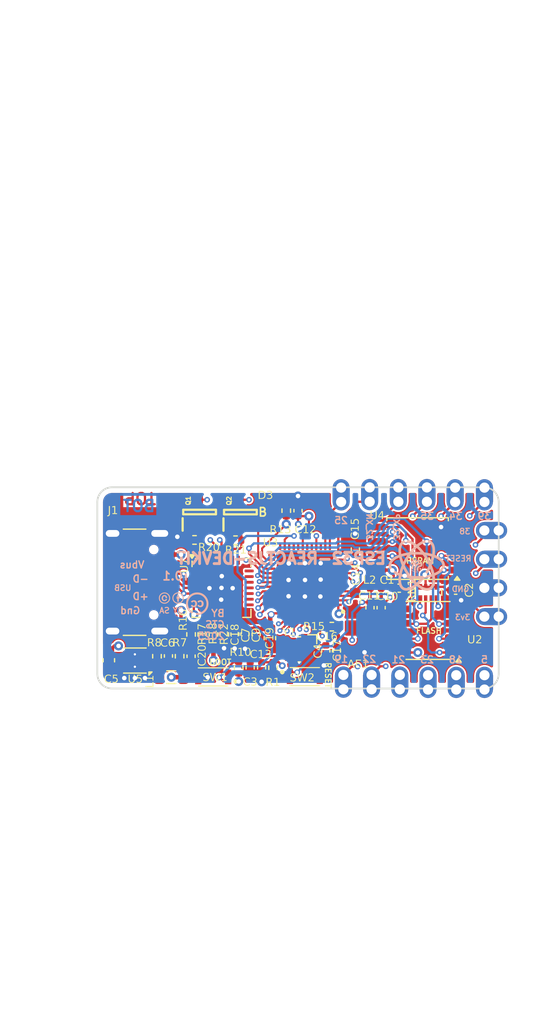
<source format=kicad_pcb>
(kicad_pcb (version 20240108) (generator "pcbnew") (generator_version "8.0")
  (title_block (title "Obsidian Boa") (date "2020-07-07") (rev "r0.1") (company "GsD") (comment 1 "Inspired by 1BitSquared iceBitsy design") (comment 3 "© 2020 Greg Davill <greg.davill@gmail.com>") (comment 4 "License: CC BY-SA 4.0"))
  (layers (0 "F.Cu" signal) (1 "In1.Cu" signal) (2 "In2.Cu" signal) (31 "B.Cu" signal) (34 "B.Paste" user) (35 "F.Paste" user) (36 "B.SilkS" user "B.Silkscreen") (37 "F.SilkS" user "F.Silkscreen") (38 "B.Mask" user) (39 "F.Mask" user) (44 "Edge.Cuts" user))
  (net 0 "")
  (net 1 "+3V3")
  (net 2 "GND")
  (net 3 "/USB_N")
  (net 4 "/USB_P")
  (net 5 "VBUS")
  (net 6 "/SPI_~{HLD}-IO3")
  (net 7 "/SPI_~{WP}-IO2")
  (net 8 "/RAM_~{CS}")
  (net 9 "/~{CRESET}")
  (net 10 "Net-(AE1-A)")
  (net 11 "/U0RXD")
  (net 12 "/U0TXD")
  (net 13 "/SPI_COPI-IO0")
  (net 14 "/SPI_CIPO-IO1")
  (net 15 "Net-(D3-A)")
  (net 16 "/GPIO11-~{LEDB}")
  (net 17 "/GPIO0-BOOT")
  (net 18 "/GPIO38")
  (net 19 "/GPIO35")
  (net 20 "/GPIO39")
  (net 21 "/SBU1")
  (net 22 "/SBU2")
  (net 23 "/GPIO34")
  (net 24 "Net-(U3-XTAL_N)")
  (net 25 "Net-(U3-XTAL_P)")
  (net 26 "Net-(U3-LNA_IN)")
  (net 27 "Net-(U3-CAP1)")
  (net 28 "Net-(U3-CAP2)")
  (net 29 "/RTS")
  (net 30 "Net-(Q1-B)")
  (net 31 "Net-(Q2-B)")
  (net 32 "/DTR")
  (net 33 "Net-(U7-VBUS)")
  (net 34 "Net-(U7-~{RST})")
  (net 35 "Net-(U7-~{SUSPEND})")
  (net 54 "Net-(U5-FB)")
  (net 55 "Net-(U5-SW)")
  (net 56 "/SPI_SCK")
  (net 57 "/SPI_~{CS}")
  (net 58 "/GPIO25")
  (net 59 "Net-(P16-Pin_1)")
  (net 60 "Net-(P17-Pin_1)")
  (net 61 "/GPIO21")
  (net 62 "/GPIO22")
  (net 63 "/GPIO19")
  (net 64 "/GPIO23")
  (net 65 "/GPIO18-DAC_2")
  (net 66 "/GPIO5")
  (footprint "V1-foot:EVPBB2A9B000" (layer "F.Cu") (at 110.5156 107.874 180)
    (property "Reference" "SW1")
    (property "Value" "TACT" (hide yes))
  )
  (footprint "V1-foot:Pin_Header_Straight_Round_1x01_Castellated" (layer "F.Cu") (at 134.29 100 90)
    (property "Reference" "P25" (hide yes))
    (property "Value" "GND" (hide yes))
  )
  (footprint "V1-foot:Pin_Header_Straight_Round_1x01_Castellated" (layer "F.Cu") (at 134.29 102.54 90)
    (property "Reference" "P28" (hide yes))
    (property "Value" "3V3" (hide yes))
  )
  (footprint "V1-foot:Pin_Header_Straight_Round_1x01_Castellated" (layer "F.Cu") (at 129.3 107.7215)
    (property "Reference" "P7" (hide yes))
    (property "Value" "7" (hide yes))
  )
  (footprint "V1-foot:Pin_Header_Straight_Round_1x01_Castellated" (layer "F.Cu") (at 129.2 92.38 180)
    (property "Reference" "P18" (hide yes))
    (property "Value" "18" (hide yes))
  )
  (footprint "V1-foot:Pin_Header_Straight_Round_1x01_Castellated" (layer "F.Cu") (at 124.13 92.38 180)
    (property "Reference" "P17" (hide yes))
    (property "Value" "17" (hide yes))
  )
  (footprint "V1-foot:Pin_Header_Straight_Round_1x01_Castellated" (layer "F.Cu") (at 121.6 92.4 180)
    (property "Reference" "P15" (hide yes))
    (property "Value" "15" (hide yes))
  )
  (footprint "V1-foot:Pin_Header_Straight_Round_1x01_Castellated" (layer "F.Cu") (at 126.8 107.7)
    (property "Reference" "P12" (hide yes))
    (property "Value" "12" (hide yes))
  )
  (footprint "V1-foot:Pin_Header_Straight_Round_1x01_Castellated" (layer "F.Cu") (at 134.3 92.4 180)
    (property "Reference" "P14" (hide yes))
    (property "Value" "14" (hide yes))
  )
  (footprint "V1-foot:Pin_Header_Straight_Round_1x01_Castellated" (layer "F.Cu") (at 131.7 92.4 180)
    (property "Reference" "P13" (hide yes))
    (property "Value" "13" (hide yes))
  )
  (footprint "V1-foot:Pin_Header_Straight_Round_1x01_Castellated" (layer "F.Cu") (at 134.3 107.7215)
    (property "Reference" "P9" (hide yes))
    (property "Value" "9" (hide yes))
  )
  (footprint "V1-foot:Pin_Header_Straight_Round_1x01_Castellated" (layer "F.Cu") (at 131.8 107.7215)
    (property "Reference" "P8" (hide yes))
    (property "Value" "8" (hide yes))
  )
  (footprint "V1-foot:LED_0603_1608Metric_Compact" (layer "F.Cu") (at 115.4432 93.269 90)
    (property "Reference" "D3")
    (property "Value" "BLU")
  )
  (footprint "Capacitor_SMD:C_0402_1005Metric" (layer "F.Cu") (at 114.0716 104.1148 -90)
    (property "Reference" "C9")
    (property "Value" "100n")
  )
  (footprint "V1-foot:Pin_Header_Straight_Round_1x01_Castellated" (layer "F.Cu") (at 134.29 97.46 90)
    (property "Reference" "P31" (hide yes))
    (property "Value" "CRESET" (hide yes))
  )
  (footprint "V1-foot:Pin_Header_Straight_Round_1x01_Castellated" (layer "F.Cu") (at 134.29 94.92 90)
    (property "Reference" "P30" (hide yes))
    (property "Value" "CDONE" (hide yes))
  )
  (footprint "V1-foot:Pin_Header_Straight_Round_1x01_Castellated" (layer "F.Cu") (at 124.3 107.7)
    (property "Reference" "P11" (hide yes))
    (property "Value" "11" (hide yes))
  )
  (footprint "V1-foot:Pin_Header_Straight_Round_1x01_Castellated" (layer "F.Cu") (at 121.8 107.7)
    (property "Reference" "P10" (hide yes))
    (property "Value" "10" (hide yes))
  )
  (footprint "V1-foot:Pin_Header_Straight_Round_1x01_Castellated" (layer "F.Cu") (at 126.67 92.38 180)
    (property "Reference" "P16" (hide yes))
    (property "Value" "16" (hide yes))
  )
  (footprint "V1-foot:USB_C_Receptacle_HRO_TYPE-C-31-M-12" (layer "F.Cu") (at 102.4 99.5 -90)
    (property "Reference" "J1")
    (property "Value" "USB_C")
  )
  (footprint "Capacitor_SMD:C_0603_1608Metric" (layer "F.Cu") (at 115.2908 104.445 -90)
    (property "Reference" "C19")
    (property "Value" "10u")
  )
  (footprint "Resistor_SMD:R_0402_1005Metric" (layer "F.Cu") (at 116.7386 93.1674 -90)
    (property "Reference" "R13")
    (property "Value" "2k2")
  )
  (footprint "Resistor_SMD:R_0402_1005Metric" (layer "F.Cu") (at 112.5222 107.0612 -90)
    (property "Reference" "R10")
    (property "Value" "10k")
  )
  (footprint "Capacitor_SMD:C_0402_1005Metric" (layer "F.Cu") (at 117.78 93.1674 90)
    (property "Reference" "C12")
    (property "Value" "100n")
  )
  (footprint "Package_DFN_QFN:QFN-28-1EP_5x5mm_P0.5mm_EP3.35x3.35mm" (layer "F.Cu") (at 111 100)
    (property "Reference" "U7")
    (property "Value" "CP2102N-Axx-xQFN28")
  )
  (footprint "Resistor_SMD:R_0402_1005Metric" (layer "F.Cu") (at 115.5702 107.0612 90)
    (property "Reference" "R1")
    (property "Value" "10k")
  )
  (footprint "Package_SON:WSON-6-1EP_2x2mm_P0.65mm_EP1x1.6mm_ThermalVias" (layer "F.Cu") (at 103.3259 106.4262 180)
    (property "Reference" "U5")
    (property "Value" "TPS62290")
  )
  (footprint "Capacitor_SMD:C_0402_1005Metric" (layer "F.Cu") (at 113.5382 107.0612 90)
    (property "Reference" "C3")
    (property "Value" "18pF")
  )
  (footprint "Package_SO:SOIC-8_5.23x5.23mm_P1.27mm" (layer "F.Cu") (at 128.3718 96.5202 180)
    (property "Reference" "U4")
    (property "Value" "W25Q128JV")
  )
  (footprint "Resistor_SMD:R_0402_1005Metric" (layer "F.Cu") (at 108.3058 104.1148 90)
    (property "Reference" "R16")
    (property "Value" "22.1K")
  )
  (footprint "V1-foot:QFN40P600X600X90-49N-D" (layer "F.Cu") (at 118.399549 99.299999 180)
    (property "Reference" "U3")
    (property "Value" "ESP32-D0WDQ6" (hide yes))
  )
  (footprint "Resistor_SMD:R_0402_1005Metric" (layer "F.Cu") (at 112.2428 95.7836)
    (property "Reference" "R21")
    (property "Value" "10K")
  )
  (footprint "Capacitor_SMD:C_0603_1608Metric" (layer "F.Cu") (at 122.8346 101.2192 -90)
    (property "Reference" "C14")
    (property "Value" "10u")
  )
  (footprint "Resistor_SMD:R_Array_Convex_4x0402" (layer "F.Cu") (at 129.337 100.4064 90)
    (property "Reference" "RN1")
    (property "Value" "10k")
  )
  (footprint "V1-foot:SOT95P240X115-3N" (layer "F.Cu") (at 109.0576 93.2866 90)
    (property "Reference" "Q1")
    (property "Value" "SS8050-G" (hide yes))
  )
  (footprint "Inductor_SMD:L_0402_1005Metric" (layer "F.Cu") (at 124.6634 100.0254 180)
    (property "Reference" "L2")
    (property "Value" "2.7nH")
  )
  (footprint "Capacitor_SMD:C_0402_1005Metric" (layer "F.Cu") (at 124.1554 101.7526 -90)
    (property "Reference" "C11")
    (property "Value" "1pF")
  )
  (footprint "Capacitor_SMD:C_0402_1005Metric" (layer "F.Cu") (at 108.3058 106.0452 90)
    (property "Reference" "C20")
    (property "Value" "4.7uF")
  )
  (footprint "V1-foot:EVPBB2A9B000" (layer "F.Cu") (at 118.1348 107.8486)
    (property "Reference" "SW2")
    (property "Value" "TACT" (hide yes))
  )
  (footprint "Capacitor_SMD:C_0402_1005Metric" (layer "F.Cu") (at 120.2438 105.5626 90)
    (property "Reference" "C4")
    (property "Value" "18pF")
  )
  (footprint "Resistor_SMD:R_0402_1005Metric" (layer "F.Cu") (at 105.2832 106.0452 -90)
    (property "Reference" "R8")
    (property "Value" "100k")
  )
  (footprint "Resistor_SMD:R_0402_1005Metric" (layer "F.Cu") (at 111.2522 104.1148 90)
    (property "Reference" "R22")
    (property "Value" "10K")
  )
  (footprint "Capacitor_SMD:C_0402_1005Metric" (layer "F.Cu") (at 131.75 100.2032)
    (property "Reference" "C2")
    (property "Value" "2.2uF")
  )
  (footprint "Capacitor_SMD:C_0402_1005Metric" (layer "F.Cu") (at 126.7462 100.0254)
    (property "Reference" "C1")
    (property "Value" "2.2uF")
  )
  (footprint "Capacitor_SMD:C_0402_1005Metric" (layer "F.Cu") (at 125.146 101.7526 -90)
    (property "Reference" "C10")
    (property "Value" "1pF")
  )
  (footprint "Crystal:Crystal_SMD_Abracon_ABM10-4Pin_2.5x2.0mm" (layer "F.Cu") (at 117.9 105.4356 -90)
    (property "Reference" "Y1")
    (property "Value" "40MHz")
  )
  (footprint "Capacitor_SMD:C_0402_1005Metric" (layer "F.Cu") (at 112.192 104.0894 -90)
    (property "Reference" "C18")
    (property "Value" "0.1uF")
  )
  (footprint "Capacitor_SMD:C_0402_1005Metric" (layer "F.Cu") (at 122.86 96.571 90)
    (property "Reference" "C15")
    (property "Value" "100n")
  )
  (footprint "Resistor_SMD:R_0402_1005Metric" (layer "F.Cu") (at 109.2964 104.1148 90)
    (property "Reference" "R17")
    (property "Value" "47.5K")
  )
  (footprint "Capacitor_SMD:C_0402_1005Metric" (layer "F.Cu") (at 121.1836 105.5626 90)
    (property "Reference" "C17")
    (property "Value" "10nF")
  )
  (footprint "V1-foot:SOT95P240X115-3N" (layer "F.Cu") (at 112.6746 93.2944 90)
    (property "Reference" "Q2")
    (property "Value" "SS8050-G" (hide yes))
  )
  (footprint "V1-foot:0479480001" (layer "F.Cu") (at 123.6728 104.6228 180)
    (property "Reference" "AE1")
    (property "Value" "Antenna")
  )
  (footprint "Capacitor_SMD:C_0402_1005Metric" (layer "F.Cu") (at 106.2992 106.0198 90)
    (property "Reference" "C6")
    (property "Value" "22pF")
  )
  (footprint "Inductor_SMD:L_0805_2012Metric" (layer "F.Cu") (at 106.5532 107.8994)
    (property "Reference" "L1")
    (property "Value" "2.2uH")
  )
  (footprint "Resistor_SMD:R_0402_1005Metric" (layer "F.Cu") (at 110.287 104.1148 -90)
    (property "Reference" "R18")
    (property "Value" "2K")
  )
  (footprint "Package_SO:SOIC-8_3.9x4.9mm_P1.27mm" (layer "F.Cu") (at 129.3 103.765 180)
    (property "Reference" "U2")
    (property "Value" "LY68L6400SLIT")
  )
  (footprint "Capacitor_SMD:C_0402_1005Metric" (layer "F.Cu") (at 114.5542 107.0612 -90)
    (property "Reference" "C13")
    (property "Value" "100n")
  )
  (footprint "Capacitor_SMD:C_0603_1608Metric" (layer "F.Cu") (at 101.016 106.4008 -90)
    (property "Reference" "C5")
    (property "Value" "10u")
  )
  (footprint "Resistor_SMD:R_0402_1005Metric" (layer "F.Cu") (at 107.2898 106.0452 90)
    (property "Reference" "R7")
    (property "Value" "453k")
  )
  (footprint "Resistor_SMD:R_0402_1005Metric" (layer "F.Cu") (at 120.7772 103.429 180)
    (property "Reference" "R15")
    (property "Value" "20K")
  )
  (footprint "Capacitor_SMD:C_0201_0603Metric" (layer "F.Cu") (at 120.955 104.2672)
    (property "Reference" "C16")
    (property "Value" "3.3nF")
  )
  (footprint "Resistor_SMD:R_0402_1005Metric" (layer "F.Cu") (at 108.6106 95.7582)
    (property "Reference" "R20")
    (property "Value" "10K")
  )
  (footprint "Capacitor_SMD:C_0402_1005Metric" (layer "F.Cu") (at 113.081 104.0894 -90)
    (property "Reference" "C7")
    (property "Value" "2.2uF")
  )
  (footprint "V1-foot:Symbol_CC_SilkScreen_2mm" (layer "B.Cu") (at 108.85 101.4 180)
    (property "Reference" "REF**" (hide yes))
    (property "Value" "Symbol_CC_SilkScreen_2mm" (hide yes))
  )
  (footprint "V1-foot:Symbol_CC-SA_SilkScreen_1mm" (layer "B.Cu") (at 105.95 100.9 180)
    (property "Reference" "REF**" (hide yes))
    (property "Value" "Symbol_CC-SA_SilkScreen_1mm" (hide yes))
  )
  (footprint "V1-foot:Symbol_CC-BY_SilkScreen_1mm" (layer "B.Cu") (at 107.15 100.9 180)
    (property "Reference" "REF**" (hide yes))
    (property "Value" "Symbol_CC-BY_SilkScreen_1mm" (hide yes))
  )
  (footprint "V1-foot:Logo" (layer "B.Cu") (at 128.3 98 180)
    (property "Reference" "G***" (hide yes))
    (property "Value" "LOGO" (hide yes))
  )
  (gr_line (start 117.88 106.61) (end 118.71 106.06) (stroke (width 0.2)) (layer "F.Cu") (net 2))
  (gr_line (start 114.7 99.4) (end 114.352284 99.438359) (stroke (width 0.2)) (layer "B.Cu") (net 56))
  (gr_line (start 114.725757 98.305064) (end 114.7 99.4) (stroke (width 0.2)) (layer "B.Cu") (net 56))
  (gr_line (start 101.3 91.1) (end 134.26 91.1) (stroke (width 0.15)) (layer "Edge.Cuts"))
  (gr_line (start 135.56 92.4) (end 135.56 107.6) (stroke (width 0.15)) (layer "Edge.Cuts"))
  (gr_line (start 100 107.6) (end 100 92.4) (stroke (width 0.15)) (layer "Edge.Cuts"))
  (gr_line (start 134.26 108.9) (end 101.3 108.9) (stroke (width 0.15)) (layer "Edge.Cuts"))
  (gr_arc (start 135.56 107.6) (mid 135.179239 108.519239) (end 134.26 108.9) (stroke (width 0.15)) (layer "Edge.Cuts"))
  (gr_arc (start 100 92.4) (mid 100.380761 91.480761) (end 101.3 91.1) (stroke (width 0.15)) (layer "Edge.Cuts"))
  (gr_arc (start 101.3 108.9) (mid 100.380761 108.519239) (end 100 107.6) (stroke (width 0.15)) (layer "Edge.Cuts"))
  (gr_arc (start 134.26 91.1) (mid 135.179239 91.480761) (end 135.56 92.4) (stroke (width 0.15)) (layer "Edge.Cuts"))
  (gr_text "TOP" (at 103.77 91.47 180) (layer "F.Cu") (effects (font (size 1 1) (thickness 0.2) (bold yes)) (justify bottom)))
  (gr_text "BOT" (at 103.7 93.34 0) (layer "B.Cu") (effects (font (size 1 1) (thickness 0.2) (bold yes)) (justify bottom mirror)))
  (gr_text "SA" (at 105.95 102 0) (layer "B.SilkS") (effects (font (size 0.5 0.5) (thickness 0.1)) (justify mirror)))
  (gr_text "3v3" (at 133.1 102.6 0) (layer "B.SilkS") (effects (font (size 0.5 0.5) (thickness 0.1)) (justify left mirror)))
  (gr_text "RESET" (at 133.2 97.4 0) (layer "B.SilkS") (effects (font (size 0.5 0.5) (thickness 0.1)) (justify left mirror)))
  (gr_text "GND" (at 133 100.1 0) (layer "B.SilkS") (effects (font (size 0.5 0.5) (thickness 0.1)) (justify left mirror)))
  (gr_text "USB" (at 102.25 100 0) (layer "B.SilkS") (effects (font (size 0.5 0.5) (thickness 0.1)) (justify mirror)))
  (gr_text "BY\nGTS\n2025" (at 111.35 103.25 0) (layer "B.SilkS") (effects (font (size 0.625 0.625) (thickness 0.125)) (justify left mirror)))
  (gr_text "Vbus" (at 101.9 97.95 0) (layer "B.SilkS") (effects (font (size 0.625 0.625) (thickness 0.125)) (justify right mirror)))
  (gr_text "39" (at 134.29 93.65 0) (layer "B.SilkS") (effects (font (size 0.625 0.625) (thickness 0.125)) (justify mirror)))
  (gr_text "34" (at 131.75 93.65 0) (layer "B.SilkS") (effects (font (size 0.625 0.625) (thickness 0.125)) (justify mirror)))
  (gr_text "Gnd" (at 101.95 102 0) (layer "B.SilkS") (effects (font (size 0.625 0.625) (thickness 0.125)) (justify right mirror)))
  (gr_text "35" (at 129.21 93.65 0) (layer "B.SilkS") (effects (font (size 0.625 0.625) (thickness 0.125)) (justify mirror)))
  (gr_text "38" (at 133.1 95 0) (layer "B.SilkS") (effects (font (size 0.5 0.5) (thickness 0.1)) (justify left mirror)))
  (gr_text "-D" (at 103.05 99.2 0) (layer "B.SilkS") (effects (font (size 0.625 0.625) (thickness 0.125)) (justify right mirror)))
  (gr_text "32_XP" (at 126.5 94.6 270) (layer "B.SilkS") (effects (font (size 0.5 0.5) (thickness 0.125)) (justify mirror)))
  (gr_text "18" (at 131.75 106.35 0) (layer "B.SilkS") (effects (font (size 0.625 0.625) (thickness 0.125)) (justify mirror)))
  (gr_text "21" (at 126.67 106.35 0) (layer "B.SilkS") (effects (font (size 0.625 0.625) (thickness 0.125)) (justify mirror)))
  (gr_text "+D" (at 103.05 100.75 0) (layer "B.SilkS") (effects (font (size 0.625 0.625) (thickness 0.125)) (justify right mirror)))
  (gr_text "5" (at 134.29 106.35 0) (layer "B.SilkS") (effects (font (size 0.625 0.625) (thickness 0.125)) (justify mirror)))
  (gr_text "25" (at 121.59 94.031 0) (layer "B.SilkS") (effects (font (size 0.625 0.625) (thickness 0.125)) (justify mirror)))
  (gr_text "23" (at 129.21 106.35 0) (layer "B.SilkS") (effects (font (size 0.625 0.625) (thickness 0.125)) (justify mirror)))
  (gr_text "32_XN" (at 124.1 94.6 270) (layer "B.SilkS") (effects (font (size 0.5 0.5) (thickness 0.125)) (justify mirror)))
  (gr_text "ESP32-REACTJS-DEVKIT" (at 116.3 97.4 0) (layer "B.SilkS") (effects (font (size 1 1) (thickness 0.25)) (justify mirror)))
  (gr_text "r0.1" (at 106.9 98.95 0) (layer "B.SilkS") (effects (font (size 0.75 0.75)) (justify mirror)))
  (gr_text "BY" (at 107.15 102 0) (layer "B.SilkS") (effects (font (size 0.5 0.5) (thickness 0.1)) (justify mirror)))
  (gr_text "19" (at 121.6 106.3 0) (layer "B.SilkS") (effects (font (size 0.625 0.625) (thickness 0.125)) (justify mirror)))
  (gr_text "22" (at 124.1 106.3 0) (layer "B.SilkS") (effects (font (size 0.625 0.625) (thickness 0.125)) (justify mirror)))
  (gr_text "PSRAM" (at 128.6 97.6 0) (layer "F.SilkS") (effects (font (size 0.5 0.5) (thickness 0.1))))
  (gr_text "FLASH" (at 129.38 103.79 0) (layer "F.SilkS") (effects (font (size 0.5 0.5) (thickness 0.1))))
  (gr_text "BOOT" (at 110.9 106.57 0) (layer "F.SilkS") (effects (font (size 0.5 0.5) (thickness 0.1))))
  (gr_text "RESET" (at 120.44 107.72 -90) (layer "F.SilkS") (effects (font (size 0.5 0.5) (thickness 0.1))))
  (gr_text "B" (at 114.65 93.3 0) (layer "F.SilkS") (effects (font (size 0.75 0.75) (thickness 0.15) (bold yes))))
  (segment (start 134.6122 102.8622) (end 134.29 102.54) (width 0.2) (layer "F.Cu") (net 1))
  (segment (start 115.1998 102.25) (end 115.1638 102.286) (width 0.2) (layer "F.Cu") (net 1))
  (segment (start 107.6157 106.8811) (end 107.2898 106.5552) (width 0.4) (layer "F.Cu") (net 1))
  (segment (start 116.7386 93.6524) (end 116.7386 94.3612) (width 0.2) (layer "F.Cu") (net 1))
  (segment (start 117.78 93.6524) (end 117.78 94.3358) (width 0.2) (layer "F.Cu") (net 1))
  (segment (start 113.081 103.6094) (end 112.192 103.6094) (width 0.4) (layer "F.Cu") (net 1))
  (segment (start 115.2885 103.6298) (end 115.3162 103.6575) (width 0.2) (layer "F.Cu") (net 1))
  (segment (start 107.2344 106.4998) (end 107.2898 106.5552) (width 0.2) (layer "F.Cu") (net 1))
  (segment (start 129.0068 98.8316) (end 129.083 98.9078) (width 0.2) (layer "F.Cu") (net 1))
  (segment (start 122.8346 100.3624) (end 124.7718 98.4252) (width 0.3) (layer "F.Cu") (net 1))
  (segment (start 108.55 101.5) (end 108.55 102.3524) (width 0.2) (layer "F.Cu") (net 1))
  (segment (start 106.2992 106.4998) (end 107.2344 106.4998) (width 0.4) (layer "F.Cu") (net 1))
  (segment (start 129.083 98.9078) (end 129.083 99.9024) (width 0.2) (layer "F.Cu") (net 1))
  (segment (start 126.2612 98.9102) (end 126.2612 100.0254) (width 0.2) (layer "F.Cu") (net 1))
  (segment (start 124.2292 98.4252) (end 124.7718 98.4252) (width 0.2) (layer "F.Cu") (net 1))
  (segment (start 115.3162 103.6575) (end 115.3162 102.4384) (width 0.4) (layer "F.Cu") (net 1))
  (segment (start 131.6992 99.3904) (end 132.5628 99.3904) (width 0.2) (layer "F.Cu") (net 1))
  (segment (start 114.0716 103.6298) (end 115.2885 103.6298) (width 0.4) (layer "F.Cu") (net 1))
  (segment (start 133.0708 101.3208) (end 134.29 102.54) (width 0.2) (layer "F.Cu") (net 1))
  (segment (start 116.7386 93.6524) (end 117.78 93.6524) (width 0.2) (layer "F.Cu") (net 1))
  (segment (start 112.5222 107.5462) (end 112.5222 108.2804) (width 0.2) (layer "F.Cu") (net 1))
  (segment (start 115.5702 106.5512) (end 116.0508 106.5512) (width 0.2) (layer "F.Cu") (net 1))
  (segment (start 132.5628 99.3904) (end 133.0708 99.8984) (width 0.2) (layer "F.Cu") (net 1))
  (segment (start 107.6157 107.8994) (end 106.5532 107.8994) (width 0.4) (layer "F.Cu") (net 1))
  (segment (start 118.6 102.25) (end 118.6 103.625) (width 0.18) (layer "F.Cu") (net 1))
  (segment (start 117.78 93.6524) (end 118.7428 93.6524) (width 0.2) (layer "F.Cu") (net 1))
  (segment (start 131.265 100.2032) (end 130.9626 100.2032) (width 0.2) (layer "F.Cu") (net 1))
  (segment (start 122.7029 100.3) (end 122.8346 100.4317) (width 0.2) (layer "F.Cu") (net 1))
  (segment (start 114.0716 103.6298) (end 113.1014 103.6298) (width 0.4) (layer "F.Cu") (net 1))
  (segment (start 129.083 99.9024) (end 129.087 99.9064) (width 0.2) (layer "F.Cu") (net 1))
  (segment (start 114.962174 97.5) (end 114.5994 97.137226) (width 0.18) (layer "F.Cu") (net 1))
  (segment (start 119.8 103.027986) (end 119.7472 103.080786) (width 0.18) (layer "F.Cu") (net 1))
  (segment (start 122.86 97.056) (end 124.2292 98.4252) (width 0.2) (layer "F.Cu") (net 1))
  (segment (start 108.2758 106.5552) (end 108.3058 106.5252) (width 0.2) (layer "F.Cu") (net 1))
  (segment (start 116.0508 106.5512) (end 116.383 106.8834) (width 0.2) (layer "F.Cu") (net 1))
  (segment (start 122.8346 100.4317) (end 122.8346 100.3624) (width 0.2) (layer "F.Cu") (net 1))
  (segment (start 110.287 104.6248) (end 110.287 106.5024) (width 0.4) (layer "F.Cu") (net 1))
  (segment (start 130.6498 99.9064) (end 130.087 99.9064) (width 0.2) (layer "F.Cu") (net 1))
  (segment (start 112.192 103.6094) (end 112.1386 103.6094) (width 0.2) (layer "F.Cu") (net 1))
  (segment (start 129.587 99.9064) (end 129.087 99.9064) (width 0.2) (layer "F.Cu") (net 1))
  (segment (start 114.5542 106.5762) (end 115.5452 106.5762) (width 0.2) (layer "F.Cu") (net 1))
  (segment (start 133.0708 99.8984) (end 133.0708 101.3208) (width 0.2) (layer "F.Cu") (net 1))
  (segment (start 118.7452 94.9454) (end 118.2 95.4906) (width 0.18) (layer "F.Cu") (net 1))
  (segment (start 114.5994 97.137226) (end 114.5994 96.5004) (width 0.18) (layer "F.Cu") (net 1))
  (segment (start 119.8 102.25) (end 119.8 103.027986) (width 0.18) (layer "F.Cu") (net 1))
  (segment (start 122.8092 100.4063) (end 122.8346 100.4317) (width 0.2) (layer "F.Cu") (net 1))
  (segment (start 108.55 101) (end 108.55 101.5) (width 0.2) (layer "F.Cu") (net 1))
  (segment (start 121.35 101.5) (end 121.35 102.2238) (width 0.2) (layer "F.Cu") (net 1))
  (segment (start 115.45 97.5) (end 114.962174 97.5) (width 0.18) (layer "F.Cu") (net 1))
  (segment (start 121.35 100.7) (end 122.5663 100.7) (width 0.18) (layer "F.Cu") (net 1))
  (segment (start 107.2898 106.5552) (end 108.2758 106.5552) (width 0.4) (layer "F.Cu") (net 1))
  (segment (start 124.7718 98.4252) (end 125.781 98.4252) (width 0.3) (layer "F.Cu") (net 1))
  (segment (start 131.265 100.2032) (end 131.265 99.8246) (width 0.2) (layer "F.Cu") (net 1))
  (segment (start 121.35 102.2238) (end 121.4122 102.286) (width 0.2) (layer "F.Cu") (net 1))
  (segment (start 126.8366 105.715) (end 128.3972 105.715) (width 0.2) (layer "F.Cu") (net 1))
  (segment (start 114.5994 96.5004) (end 116.7386 94.3612) (width 0.18) (layer "F.Cu") (net 1))
  (segment (start 108.55 102.3524) (end 108.5598 102.3622) (width 0.2) (layer "F.Cu") (net 1))
  (segment (start 130.087 99.9064) (end 129.587 99.9064) (width 0.2) (layer "F.Cu") (net 1))
  (segment (start 126.2636 98.9078) (end 126.2612 98.9102) (width 0.2) (layer "F.Cu") (net 1))
  (segment (start 118.2 95.4906) (end 118.2 96.35) (width 0.18) (layer "F.Cu") (net 1))
  (segment (start 129.087 99.9064) (end 128.587 99.9064) (width 0.2) (layer "F.Cu") (net 1))
  (segment (start 118.7428 93.6524) (end 118.7452 93.65) (width 0.2) (layer "F.Cu") (net 1))
  (segment (start 119.881078 104.259968) (end 119.933597 104.259968) (width 0.18) (layer "F.Cu") (net 1))
  (segment (start 119.7472 103.080786) (end 119.7472 104.12609) (width 0.18) (layer "F.Cu") (net 1))
  (segment (start 130.9626 100.2032) (end 130.6578 99.8984) (width 0.2) (layer "F.Cu") (net 1))
  (segment (start 131.265 99.8246) (end 131.6992 99.3904) (width 0.2) (layer "F.Cu") (net 1))
  (segment (start 122.5663 100.7) (end 122.8346 100.4317) (width 0.2) (layer "F.Cu") (net 1))
  (segment (start 118.7452 93.65) (end 118.7452 94.9454) (width 0.18) (layer "F.Cu") (net 1))
  (segment (start 115.3162 102.4384) (end 115.1638 102.286) (width 0.2) (layer "F.Cu") (net 1))
  (segment (start 115.5452 106.5762) (end 115.5702 106.5512) (width 0.2) (layer "F.Cu") (net 1))
  (segment (start 121.35 100.3) (end 122.7029 100.3) (width 0.18) (layer "F.Cu") (net 1))
  (segment (start 130.6578 99.8984) (end 130.6498 99.9064) (width 0.2) (layer "F.Cu") (net 1))
  (segment (start 113.1014 103.6298) (end 113.081 103.6094) (width 0.2) (layer "F.Cu") (net 1))
  (segment (start 116.2 102.25) (end 115.1998 102.25) (width 0.2) (layer "F.Cu") (net 1))
  (segment (start 117.78 94.3358) (end 117.8054 94.3612) (width 0.2) (layer "F.Cu") (net 1))
  (segment (start 107.6157 107.8994) (end 107.6157 106.8811) (width 0.4) (layer "F.Cu") (net 1))
  (segment (start 125.781 98.4252) (end 126.2636 98.9078) (width 0.2) (layer "F.Cu") (net 1))
  (segment (start 119.7472 104.12609) (end 119.881078 104.259968) (width 0.18) (layer "F.Cu") (net 1))
  (segment (start 118.6 103.625) (end 118.5166 103.7084) (width 0.18) (layer "F.Cu") (net 1))
  (via (at 106.5532 107.8994) (size 0.8) (drill 0.4) (layers "F.Cu" "B.Cu") (net 1))
  (via (at 119.933597 104.259968) (size 0.45) (drill 0.2) (layers "F.Cu" "B.Cu") (net 1))
  (via (at 116.383 106.8834) (size 0.6) (drill 0.3) (layers "F.Cu" "B.Cu") (net 1))
  (via (at 116.7386 94.3612) (size 0.8) (drill 0.4) (layers "F.Cu" "B.Cu") (net 1))
  (via (at 108.5598 102.3622) (size 0.8) (drill 0.4) (layers "F.Cu" "B.Cu") (net 1))
  (via (at 118.5166 103.7084) (size 0.45) (drill 0.2) (layers "F.Cu" "B.Cu") (net 1))
  (via (at 112.5222 108.2804) (size 0.8) (drill 0.4) (layers "F.Cu" "B.Cu") (net 1))
  (via (at 118.7452 93.65) (size 0.8) (drill 0.4) (layers "F.Cu" "B.Cu") (net 1))
  (via (at 115.404775 102.349175) (size 0.6) (drill 0.4) (layers "F.Cu" "B.Cu") (net 1))
  (via (at 128.3972 105.715) (size 0.8) (drill 0.4) (layers "F.Cu" "B.Cu") (net 1))
  (via (at 129.0068 98.8316) (size 0.8) (drill 0.4) (layers "F.Cu" "B.Cu") (net 1))
  (via (at 121.4122 102.286) (size 0.8) (drill 0.4) (layers "F.Cu" "B.Cu") (net 1))
  (via (at 117.8054 94.3612) (size 0.6) (drill 0.3) (layers "F.Cu" "B.Cu") (net 1))
  (via (at 126.1366 98.4506) (size 0.8) (drill 0.4) (layers "F.Cu" "B.Cu") (net 1))
  (via (at 110.287 106.4008) (size 0.8) (drill 0.4) (layers "F.Cu" "B.Cu") (net 1))
  (segment (start 117.8054 94.3612) (end 118.034 94.3612) (width 0.2) (layer "B.Cu") (net 1))
  (segment (start 121.349025 102.349175) (end 121.4122 102.286) (width 0.2) (layer "B.Cu") (net 1))
  (segment (start 106.3246 104.8006) (end 104.4015 104.8006) (width 0.3) (layer "F.Cu") (net 2))
  (segment (start 122.5978 105.6978) (end 124.7478 105.6978) (width 0.4) (layer "F.Cu") (net 2))
  (segment (start 127.2312 100.0254) (end 127.2312 98.9356) (width 0.2) (layer "F.Cu") (net 2))
  (segment (start 132.235 100.2032) (end 132.235 101.4566) (width 0.2) (layer "F.Cu") (net 2))
  (segment (start 127.2312 98.9356) (end 127.2288 98.9332) (width 0.2) (layer "F.Cu") (net 2))
  (segment (start 111.2268 104.6502) (end 111.2522 104.6248) (width 0.2) (layer "F.Cu") (net 2))
  (segment (start 109.8044 107.9248) (end 109.779 107.8994) (width 0.2) (layer "F.Cu") (net 2))
  (segment (start 106.9088 104.2164) (end 106.3246 104.8006) (width 0.3) (layer "F.Cu") (net 2))
  (segment (start 113.081 104.6302) (end 113.1114 104.5998) (width 0.2) (layer "F.Cu") (net 2))
  (segment (start 112.1666 104.5948) (end 112.192 104.5694) (width 0.2) (layer "F.Cu") (net 2))
  (segment (start 112.192 104.5694) (end 111.3076 104.5694) (width 0.3) (layer "F.Cu") (net 2))
  (segment (start 106.3154 96.25) (end 107.0866 95.4788) (width 0.2) (layer "F.Cu") (net 2))
  (segment (start 106.245 96.25) (end 106.3154 96.25) (width 0.2) (layer "F.Cu") (net 2))
  (segment (start 108.3058 105.5652) (end 109.0144 105.5652) (width 0.3) (layer "F.Cu") (net 2))
  (segment (start 105.1542 106.4262) (end 105.2832 106.5552) (width 0.2) (layer "F.Cu") (net 2))
  (segment (start 108.55 99.5) (end 110.5 99.5) (width 0.2) (layer "F.Cu") (net 2))
  (segment (start 122.8346 102.0067) (end 123.1649 102.0067) (width 0.2) (layer "F.Cu") (net 2))
  (segment (start 106.9088 103.4138) (end 106.9088 104.2164) (width 0.3) (layer "F.Cu") (net 2))
  (segment (start 101.89 107.0762) (end 102.4384 107.0762) (width 0.2) (layer "F.Cu") (net 2))
  (segment (start 114.0716 104.5998) (end 113.1114 104.5998) (width 0.3) (layer "F.Cu") (net 2))
  (segment (start 109.2964 105.2832) (end 109.2964 104.6248) (width 0.3) (layer "F.Cu") (net 2))
  (segment (start 104.2134 106.4262) (end 105.1542 106.4262) (width 0.3) (layer "F.Cu") (net 2))
  (segment (start 113.1114 104.5998) (end 113.081 104.5694) (width 0.2) (layer "F.Cu") (net 2))
  (segment (start 125.146 102.7686) (end 125.146 102.2376) (width 0.3) (layer "F.Cu") (net 2))
  (segment (start 119.7098 108.2236) (end 119.7098 107.4736) (width 0.3) (layer "F.Cu") (net 2))
  (segment (start 108.9406 105.639) (end 109.0144 105.5652) (width 0.2) (layer "F.Cu") (net 2))
  (segment (start 117.075 104.8106) (end 115.7381 104.8106) (width 0.2) (layer "F.Cu") (net 2))
  (segment (start 108.9406 107.499) (end 108.9406 108.249) (width 0.3) (layer "F.Cu") (net 2))
  (segment (start 103.3259 107.9741) (end 103.3274 107.9756) (width 0.2) (layer "F.Cu") (net 2))
  (segment (start 130.4546 94.6152) (end 131.9718 94.6152) (width 0.2) (layer "F.Cu") (net 2))
  (segment (start 102.4384 107.0762) (end 103.2259 107.0762) (width 0.2) (layer "F.Cu") (net 2))
  (segment (start 115.3162 105.2325) (end 114.6835 104.5998) (width 0.3) (layer "F.Cu") (net 2))
  (segment (start 123.1649 102.0067) (end 123.3958 102.2376) (width 0.3) (layer "F.Cu") (net 2))
  (segment (start 109.4294 108.249) (end 109.779 107.8994) (width 0.2) (layer "F.Cu") (net 2))
  (segment (start 124.7396 103.556) (end 124.7478 103.5478) (width 0.2) (layer "F.Cu") (net 2))
  (segment (start 119.7098 107.4736) (end 119.7098 107.2142) (width 0.2) (layer "F.Cu") (net 2))
  (segment (start 123.3958 102.2376) (end 124.1554 102.2376) (width 0.3) (layer "F.Cu") (net 2))
  (segment (start 104.4015 104.8006) (end 103.3259 105.8762) (width 0.3) (layer "F.Cu") (net 2))
  (segment (start 104.2134 106.4262) (end 103.3259 106.4262) (width 0.3) (layer "F.Cu") (net 2))
  (segment (start 124.7478 105.6978) (end 124.7478 103.5478) (width 0.4) (layer "F.Cu") (net 2))
  (segment (start 106.245 102.75) (end 106.9088 103.4138) (width 0.3) (layer "F.Cu") (net 2))
  (segment (start 111.2268 105.334) (end 111.2268 104.6502) (width 0.3) (layer "F.Cu") (net 2))
  (segment (start 124.1554 102.2376) (end 125.146 102.2376) (width 0.3) (layer "F.Cu") (net 2))
  (segment (start 101.7904 107.1758) (end 101.89 107.0762) (width 0.2) (layer "F.Cu") (net 2))
  (segment (start 118.738 106.0476) (end 120.2438 106.0476) (width 0.3) (layer "F.Cu") (net 2))
  (segment (start 120.2438 106.0476) (end 121.1786 106.0476) (width 0.3) (layer "F.Cu") (net 2))
  (segment (start 122.8346 96.0606) (end 122.86 96.086) (width 0.2) (layer "F.Cu") (net 2))
  (segment (start 121.1836 106.0426) (end 122.253 106.0426) (width 0.3) (layer "F.Cu") (net 2))
  (segment (start 111.3076 104.5694) (end 111.2522 104.6248) (width 0.2) (layer "F.Cu") (net 2))
  (segment (start 115.7381 104.8106) (end 115.3162 105.2325) (width 0.2) (layer "F.Cu") (net 2))
  (segment (start 117.075 104.6074) (end 117.075 104.8106) (width 0.2) (layer "F.Cu") (net 2))
  (segment (start 103.3259 106.9762) (end 103.3259 107.9741) (width 0.4) (layer "F.Cu") (net 2))
  (segment (start 109.0144 105.5652) (end 109.2964 105.2832) (width 0.3) (layer "F.Cu") (net 2))
  (segment (start 103.3274 107.9756) (end 104.2164 107.9756) (width 0.4) (layer "F.Cu") (net 2))
  (segment (start 117.78 92.6824) (end 117.78 91.872) (width 0.2) (layer "F.Cu") (net 2))
  (segment (start 101.016 107.1758) (end 101.7904 107.1758) (width 0.2) (layer "F.Cu") (net 2))
  (segment (start 108.9406 108.249) (end 109.4294 108.249) (width 0.2) (layer "F.Cu") (net 2))
  (segment (start 121.1786 106.0476) (end 121.1836 106.0426) (width 0.2) (layer "F.Cu") (net 2))
  (segment (start 113.5382 107.5462) (end 114.5542 107.5462) (width 0.2) (layer "F.Cu") (net 2))
  (segment (start 122.8346 95.1994) (end 122.8346 96.0606) (width 0.2) (layer "F.Cu") (net 2))
  (segment (start 113.081 105.3848) (end 113.081 104.6302) (width 0.3) (layer "F.Cu") (net 2))
  (segment (start 124.7478 103.1668) (end 125.146 102.7686) (width 0.3) (layer "F.Cu") (net 2))
  (segment (start 118.725 106.0606) (end 118.738 106.0476) (width 0.3) (layer "F.Cu") (net 2))
  (segment (start 112.1666 105.3594) (end 112.1666 104.5948) (width 0.3) (layer "F.Cu") (net 2))
  (segment (start 114.6835 104.5998) (end 114.0716 104.5998) (width 0.3) (layer "F.Cu") (net 2))
  (segment (start 114.5542 108.3058) (end 114.5542 107.5462) (width 0.4) (layer "F.Cu") (net 2))
  (segment (start 113.081 104.5694) (end 112.192 104.5694) (width 0.3) (layer "F.Cu") (net 2))
  (segment (start 119.7098 107.2142) (end 120.2438 106.6802) (width 0.3) (layer "F.Cu") (net 2))
  (segment (start 132.235 101.4566) (end 131.7866 101.905) (width 0.2) (layer "F.Cu") (net 2))
  (segment (start 120.2438 106.6802) (end 120.2438 106.0476) (width 0.3) (layer "F.Cu") (net 2))
  (segment (start 108.9406 107.499) (end 108.9406 105.639) (width 0.3) (layer "F.Cu") (net 2))
  (segment (start 122.253 106.0426) (end 122.5978 105.6978) (width 0.2) (layer "F.Cu") (net 2))
  (segment (start 103.3274 107.9756) (end 102.2352 107.9756) (width 0.4) (layer "F.Cu") (net 2))
  (segment (start 124.7478 103.5478) (end 124.7478 103.1668) (width 0.2) (layer "F.Cu") (net 2))
  (via (at 112.1666 105.3594) (size 0.8) (drill 0.4) (layers "F.Cu" "B.Cu") (net 2))
  (via (at 116.9418 99.3) (size 0.8) (drill 0.4) (layers "F.Cu" "B.Cu") (net 2))
  (via (at 111.2268 105.334) (size 0.8) (drill 0.4) (layers "F.Cu" "B.Cu") (net 2))
  (via (at 110.9728 101.0414) (size 0.8) (drill 0.4) (layers "F.Cu" "B.Cu") (net 2))
  (via (at 118.4 99.3) (size 0.8) (drill 0.4) (layers "F.Cu" "B.Cu") (net 2))
  (via (at 117.78 91.872) (size 0.8) (drill 0.4) (layers "F.Cu" "B.Cu") (net 2))
  (via (at 114.5542 108.3058) (size 0.8) (drill 0.4) (layers "F.Cu" "B.Cu") (net 2))
  (via (at 111 100) (size 0.8) (drill 0.4) (layers "F.Cu" "B.Cu") (net 2))
  (via (at 127.2288 98.9332) (size 0.8) (drill 0.4) (layers "F.Cu" "B.Cu") (net 2))
  (via (at 130.4546 94.6152) (size 0.8) (drill 0.4) (layers "F.Cu" "B.Cu") (net 2))
  (via (at 102.3876 107.9756) (size 0.8) (drill 0.4) (layers "F.Cu" "B.Cu") (net 2))
  (via (at 119.7866 99.2634) (size 0.8) (drill 0.4) (layers "F.Cu" "B.Cu") (net 2))
  (via (at 118.4 97.8156) (size 0.8) (drill 0.4) (layers "F.Cu" "B.Cu") (net 2))
  (via (at 123.6728 105.6978) (size 0.8) (drill 0.4) (layers "F.Cu" "B.Cu") (net 2))
  (via (at 109.779 107.8994) (size 0.8) (drill 0.4) (layers "F.Cu" "B.Cu") (net 2))
  (via (at 107.0866 95.4788) (size 0.8) (drill 0.4) (layers "F.Cu" "B.Cu") (net 2))
  (via (at 104.2164 107.9756) (size 0.8) (drill 0.4) (layers "F.Cu" "B.Cu") (net 2))
  (via (at 116.9672 97.841) (size 0.8) (drill 0.4) (layers "F.Cu" "B.Cu") (net 2))
  (via (at 120.066 106.858) (size 0.8) (drill 0.4) (layers "F.Cu" "B.Cu") (net 2))
  (via (at 103.3274 107.9756) (size 0.8) (drill 0.4) (layers "F.Cu" "B.Cu") (net 2))
  (via (at 119.7866 97.8156) (size 0.8) (drill 0.4) (layers "F.Cu" "B.Cu") (net 2))
  (via (at 116.9418 100.7366) (size 0.8) (drill 0.4) (layers "F.Cu" "B.Cu") (net 2))
  (via (at 132.2326 101.0922) (size 0.8) (drill 0.4) (layers "F.Cu" "B.Cu") (net 2))
  (via (at 122.8346 95.1994) (size 0.8) (drill 0.4) (layers "F.Cu" "B.Cu") (net 2))
  (via (at 119.7612 100.762) (size 0.8) (drill 0.4) (layers "F.Cu" "B.Cu") (net 2))
  (via (at 109.9314 100.0254) (size 0.8) (drill 0.4) (layers "F.Cu" "B.Cu") (net 2))
  (via (at 117.88 106.62) (size 0.5) (drill 0.2) (layers "F.Cu" "B.Cu") (net 2))
  (via (at 111.0236 98.9586) (size 0.8) (drill 0.4) (layers "F.Cu" "B.Cu") (net 2))
  (via (at 111.9888 100.0254) (size 0.8) (drill 0.4) (layers "F.Cu" "B.Cu") (net 2))
  (via (at 113.081 105.3848) (size 0.8) (drill 0.4) (layers "F.Cu" "B.Cu") (net 2))
  (via (at 118.3896 100.762) (size 0.8) (drill 0.4) (layers "F.Cu" "B.Cu") (net 2))
  (segment (start 107.65241 100.5) (end 108.55 100.5) (width 0.2) (layer "F.Cu") (net 3))
  (segment (start 106.245 98.75) (end 107.5384 98.75) (width 0.2) (layer "F.Cu") (net 3))
  (segment (start 106.90241 99.75) (end 107.65241 100.5) (width 0.2) (layer "F.Cu") (net 3))
  (segment (start 106.245 99.75) (end 106.90241 99.75) (width 0.2) (layer "F.Cu") (net 3))
  (segment (start 107.5384 98.75) (end 107.5692 98.7808) (width 0.2) (layer "F.Cu") (net 3))
  (via (at 107.652412 100.5) (size 0.5) (drill 0.25) (layers "F.Cu" "B.Cu") (net 3))
  (via (at 107.6454 98.7554) (size 0.5) (drill 0.25) (layers "F.Cu" "B.Cu") (net 3))
  (segment (start 107.6454 100.492988) (end 107.652412 100.5) (width 0.2) (layer "B.Cu") (net 3))
  (segment (start 107.6454 98.7554) (end 107.6454 100.492988) (width 0.2) (layer "B.Cu") (net 3))
  (segment (start 107.718096 100) (end 108.55 100) (width 0.2) (layer "F.Cu") (net 4))
  (segment (start 106.245 100.25) (end 105.658302 100.25) (width 0.2) (layer "F.Cu") (net 4))
  (segment (start 105.658302 100.25) (end 105.3594 99.951098) (width 0.2) (layer "F.Cu") (net 4))
  (segment (start 106.245 99.25) (end 106.968096 99.25) (width 0.2) (layer "F.Cu") (net 4))
  (segment (start 105.3594 99.548902) (end 105.658302 99.25) (width 0.2) (layer "F.Cu") (net 4))
  (segment (start 106.968096 99.25) (end 107.718096 100) (width 0.2) (layer "F.Cu") (net 4))
  (segment (start 105.658302 99.25) (end 106.245 99.25) (width 0.2) (layer "F.Cu") (net 4))
  (segment (start 105.3594 99.951098) (end 105.3594 99.548902) (width 0.2) (layer "F.Cu") (net 4))
  (segment (start 101.156 105.7658) (end 102.428 105.7658) (width 0.2) (layer "F.Cu") (net 5))
  (segment (start 101.016 105.6258) (end 101.156 105.7658) (width 0.2) (layer "F.Cu") (net 5))
  (segment (start 108.3058 103.6048) (end 107.6688 103.6048) (width 0.3) (layer "F.Cu") (net 5))
  (segment (start 106.245 97.05) (end 107.4132 97.05) (width 0.4) (layer "F.Cu") (net 5))
  (segment (start 101.511 105.1308) (end 101.016 105.6258) (width 0.3) (layer "F.Cu") (net 5))
  (segment (start 107.411 103.347) (end 107.411 101.95) (width 0.3) (layer "F.Cu") (net 5))
  (segment (start 102.428 105.7658) (end 102.4384 105.7762) (width 0.2) (layer "F.Cu") (net 5))
  (segment (start 102.4384 105.7762) (end 102.4384 106.4262) (width 0.2) (layer "F.Cu") (net 5))
  (segment (start 107.6688 103.6048) (end 107.411 103.347) (width 0.3) (layer "F.Cu") (net 5))
  (segment (start 106.245 101.95) (end 107.411 101.95) (width 0.4) (layer "F.Cu") (net 5))
  (segment (start 107.4132 97.05) (end 107.4168 97.0536) (width 0.2) (layer "F.Cu") (net 5))
  (segment (start 107.411 101.95) (end 107.4422 101.9812) (width 0.2) (layer "F.Cu") (net 5))
  (segment (start 101.8796 105.1308) (end 101.511 105.1308) (width 0.2) (layer "F.Cu") (net 5))
  (via (at 107.4168 97.0536) (size 0.8) (drill 0.4) (layers "F.Cu" "B.Cu") (net 5))
  (via (at 107.4422 101.9812) (size 0.8) (drill 0.4) (layers "F.Cu" "B.Cu") (net 5))
  (via (at 101.8796 105.1308) (size 0.8) (drill 0.4) (layers "F.Cu" "B.Cu") (net 5))
  (segment (start 107.4422 101.9812) (end 107.1374 101.9812) (width 0.2) (layer "B.Cu") (net 5))
  (segment (start 107.4168 97.079) (end 107.4168 97.0536) (width 0.2) (layer "B.Cu") (net 5))
  (segment (start 113.513452 97.5362) (end 114.627252 98.65) (width 0.18) (layer "F.Cu") (net 6))
  (segment (start 113.1826 97.5362) (end 113.513452 97.5362) (width 0.18) (layer "F.Cu") (net 6))
  (segment (start 114.627252 98.65) (end 114.839 98.65) (width 0.18) (layer "F.Cu") (net 6))
  (segment (start 124.7972 97.1806) (end 124.7718 97.1552) (width 0.2) (layer "F.Cu") (net 6))
  (segment (start 126.1366 97.1806) (end 124.7972 97.1806) (width 0.2) (layer "F.Cu") (net 6))
  (segment (start 128.3972 104.4958) (end 126.8874 104.4958) (width 0.2) (layer "F.Cu") (net 6))
  (segment (start 114.889 98.7) (end 115.45 98.7) (width 0.18) (layer "F.Cu") (net 6))
  (segment (start 114.839 98.65) (end 114.889 98.7) (width 0.18) (layer "F.Cu") (net 6))
  (segment (start 126.8874 104.4958) (end 126.8366 104.445) (width 0.2) (layer "F.Cu") (net 6))
  (via (at 128.3972 104.4958) (size 0.5) (drill 0.3) (layers "F.Cu" "B.Cu") (net 6))
  (via (at 126.1366 97.1806) (size 0.5) (drill 0.25) (layers "F.Cu" "B.Cu") (net 6))
  (via (at 113.1826 97.5362) (size 0.5) (drill 0.25) (layers "F.Cu" "B.Cu") (net 6))
  (segment (start 127.725 103.362307) (end 128.3972 104.034507) (width 0.2) (layer "B.Cu") (net 6))
  (segment (start 128.3972 104.034507) (end 128.3972 104.4958) (width 0.2) (layer "B.Cu") (net 6))
  (segment (start 126.1366 97.1806) (end 127.0256 97.1806) (width 0.2) (layer "B.Cu") (net 6))
  (segment (start 127.9964 98.1514) (end 127.9964 100.8636) (width 0.2) (layer "B.Cu") (net 6))
  (segment (start 127.9964 100.8636) (end 127.725 101.135) (width 0.2) (layer "B.Cu") (net 6))
  (segment (start 127.725 101.135) (end 127.725 103.362307) (width 0.2) (layer "B.Cu") (net 6))
  (segment (start 127.0256 97.1806) (end 127.9964 98.1514) (width 0.2) (layer "B.Cu") (net 6))
  (segment (start 129.1846 95.8852) (end 131.9718 95.8852) (width 0.2) (layer "F.Cu") (net 7))
  (segment (start 114.772226 98.3) (end 113.4366 96.964374) (width 0.18) (layer "F.Cu") (net 7))
  (segment (start 130.3022 103.175) (end 130.2768 103.2004) (width 0.2) (layer "F.Cu") (net 7))
  (segment (start 131.7866 103.175) (end 130.3022 103.175) (width 0.2) (layer "F.Cu") (net 7))
  (segment (start 115.45 98.3) (end 114.772226 98.3) (width 0.18) (layer "F.Cu") (net 7))
  (segment (start 113.4366 96.964374) (end 113.4366 96.4948) (width 0.18) (layer "F.Cu") (net 7))
  (via (at 130.2768 103.2004) (size 0.5) (drill 0.3) (layers "F.Cu" "B.Cu") (net 7))
  (via (at 113.4366 96.4948) (size 0.5) (drill 0.25) (layers "F.Cu" "B.Cu") (net 7))
  (via (at 129.1846 95.8852) (size 0.5) (drill 0.25) (layers "F.Cu" "B.Cu") (net 7))
  (segment (start 125.012 94.570654) (end 125.685654 93.897) (width 0.2) (layer "B.Cu") (net 7))
  (segment (start 124.5866 95.4794) (end 124.5866 95.268571) (width 0.2) (layer "B.Cu") (net 7))
  (segment (start 129.1846 97.9426) (end 129.7434 98.5014) (width 0.2) (layer "B.Cu") (net 7))
  (segment (start 122.923922 96.063) (end 124.003 96.063) (width 0.2) (layer "B.Cu") (net 7))
  (segment (start 125.685654 93.897) (end 127.1964 93.897) (width 0.2) (layer "B.Cu") (net 7))
  (segment (start 125.012 94.843171) (end 125.012 94.570654) (width 0.2) (layer "B.Cu") (net 7))
  (segment (start 127.1964 93.897) (end 129.1846 95.8852) (width 0.2) (layer "B.Cu") (net 7))
  (segment (start 124.003 96.063) (end 124.5866 95.4794) (width 0.2) (layer "B.Cu") (net 7))
  (segment (start 121.146475 96.063) (end 121.300275 95.9092) (width 0.2) (layer "B.Cu") (net 7))
  (segment (start 129.7006 101.4144) (end 129.7006 102.6242) (width 0.2) (layer "B.Cu") (net 7))
  (segment (start 121.300275 95.9092) (end 122.770122 95.9092) (width 0.2) (layer "B.Cu") (net 7))
  (segment (start 129.7006 102.6242) (end 130.2768 103.2004) (width 0.2) (layer "B.Cu") (net 7))
  (segment (start 122.770122 95.9092) (end 122.923922 96.063) (width 0.2) (layer "B.Cu") (net 7))
  (segment (start 129.7434 98.5014) (end 129.7434 101.3716) (width 0.2) (layer "B.Cu") (net 7))
  (segment (start 113.4366 96.4948) (end 113.8684 96.063) (width 0.2) (layer "B.Cu") (net 7))
  (segment (start 129.1846 95.8852) (end 129.1846 97.9426) (width 0.2) (layer "B.Cu") (net 7))
  (segment (start 113.8684 96.063) (end 121.146475 96.063) (width 0.2) (layer "B.Cu") (net 7))
  (segment (start 124.5866 95.268571) (end 125.012 94.843171) (width 0.2) (layer "B.Cu") (net 7))
  (segment (start 129.7434 101.3716) (end 129.7006 101.4144) (width 0.2) (layer "B.Cu") (net 7))
  (segment (start 119.3802 95.4026) (end 119.4056 95.428) (width 0.2) (layer "F.Cu") (net 8))
  (segment (start 119.4056 95.428) (end 119.4056 96.3444) (width 0.18) (layer "F.Cu") (net 8))
  (segment (start 129.087 100.9064) (end 129.087 102.1804) (width 0.2) (layer "F.Cu") (net 8))
  (segment (start 131.7866 105.715) (end 130.3276 105.715) (width 0.2) (layer "F.Cu") (net 8))
  (segment (start 119.4056 96.3444) (end 119.4 96.35) (width 0.2) (layer "F.Cu") (net 8))
  (segment (start 129.087 102.1804) (end 128.829 102.4384) (width 0.2) (layer "F.Cu") (net 8))
  (via (at 128.829 102.4384) (size 0.5) (drill 0.25) (layers "F.Cu" "B.Cu") (net 8))
  (via (at 119.4056 95.4026) (size 0.5) (drill 0.25) (layers "F.Cu" "B.Cu") (net 8))
  (via (at 130.3276 105.715) (size 0.5) (drill 0.25) (layers "F.Cu" "B.Cu") (net 8))
  (segment (start 129.3116 102.921) (end 129.3116 105.4356) (width 0.2) (layer "B.Cu") (net 8))
  (segment (start 128.829 102.4384) (end 129.3116 102.921) (width 0.2) (layer "B.Cu") (net 8))
  (segment (start 129.3116 105.4356) (end 129.591 105.715) (width 0.2) (layer "B.Cu") (net 8))
  (segment (start 129.591 105.715) (end 130.3276 105.715) (width 0.2) (layer "B.Cu") (net 8))
  (segment (start 122.9616 98.2982) (end 123.3172 98.6538) (width 0.18) (layer "F.Cu") (net 9))
  (segment (start 117.0598 108.2236) (end 117.0598 107.4736) (width 0.3) (layer "F.Cu") (net 9))
  (segment (start 116.9622 107.5712) (end 117.0598 107.4736) (width 0.2) (layer "F.Cu") (net 9))
  (segment (start 128.587 100.9064) (end 128.587 101.6136) (width 0.2) (layer "F.Cu") (net 9))
  (segment (start 134.29 97.46) (end 134.29 97.9426) (width 0.2) (layer "F.Cu") (net 9))
  (segment (start 115.5452 107.4446) (end 115.5702 107.4696) (width 0.2) (layer "F.Cu") (net 9))
  (segment (start 109.7282 92.2022) (end 109.0732 92.2022) (width 0.2) (layer "F.Cu") (net 9))
  (segment (start 115.5702 107.5712) (end 116.9622 107.5712) (width 0.2) (layer "F.Cu") (net 9))
  (segment (start 117.6978 107.4736) (end 117.7038 107.4676) (width 0.2) (layer "F.Cu") (net 9))
  (segment (start 109.0732 92.2022) (end 109.0576 92.1866) (width 0.2) (layer "F.Cu") (net 9))
  (segment (start 121.3518 98.2982) (end 122.9616 98.2982) (width 0.18) (layer "F.Cu") (net 9))
  (segment (start 121.35 98.3) (end 121.3518 98.2982) (width 0.2) (layer "F.Cu") (net 9))
  (segment (start 128.587 101.6136) (end 128.575 101.6256) (width 0.2) (layer "F.Cu") (net 9))
  (segment (start 134.29 97.9426) (end 133.528 98.7046) (width 0.2) (layer "F.Cu") (net 9))
  (segment (start 117.0598 107.4736) (end 117.6978 107.4736) (width 0.2) (layer "F.Cu") (net 9))
  (via (at 133.528 98.7046) (size 0.5) (drill 0.25) (layers "F.Cu" "B.Cu") (net 9))
  (via (at 117.7038 107.4676) (size 0.5) (drill 0.3) (layers "F.Cu" "B.Cu") (net 9))
  (via (at 123.3172 98.653802) (size 0.45) (drill 0.2) (layers "F.Cu" "B.Cu") (net 9))
  (via (at 109.7282 92.2022) (size 0.5) (drill 0.25) (layers "F.Cu" "B.Cu") (net 9))
  (via (at 128.575 101.6256) (size 0.5) (drill 0.25) (layers "F.Cu" "B.Cu") (net 9))
  (segment (start 120.8026 105.1562) (end 122.1488 103.81) (width 0.2) (layer "B.Cu") (net 9))
  (segment (start 117.7038 107.4676) (end 120.0152 105.1562) (width 0.2) (layer "B.Cu") (net 9))
  (segment (start 122.817797 99.8912) (end 123.3172 99.391797) (width 0.2) (layer "B.Cu") (net 9))
  (segment (start 123.3172 99.391797) (end 123.3172 98.653802) (width 0.2) (layer "B.Cu") (net 9))
  (segment (start 121.7678 101.397) (end 121.7678 100.9398) (width 0.2) (layer "B.Cu") (net 9))
  (segment (start 122.1488 101.778) (end 121.7678 101.397) (width 0.2) (layer "B.Cu") (net 9))
  (segment (start 122.8164 99.8912) (end 122.817797 99.8912) (width 0.2) (layer "B.Cu") (net 9))
  (segment (start 122.1488 103.81) (end 122.1488 101.778) (width 0.2) (layer "B.Cu") (net 9))
  (segment (start 121.7678 100.9398) (end 122.8164 99.8912) (width 0.2) (layer "B.Cu") (net 9))
  (segment (start 120.0152 105.1562) (end 120.8026 105.1562) (width 0.2) (layer "B.Cu") (net 9))
  (segment (start 124.1554 100.0484) (end 124.1784 100.0254) (width 0.2) (layer "F.Cu") (net 10))
  (segment (start 122.5806 103.565) (end 122.5978 103.5478) (width 0.2) (layer "F.Cu") (net 10))
  (segment (start 124.1554 101.2676) (end 123.472 101.2676) (width 0.2) (layer "F.Cu") (net 10))
  (segment (start 123.472 101.2676) (end 123.4696 101.27) (width 0.2) (layer "F.Cu") (net 10))
  (segment (start 122.5806 104.6228) (end 122.5806 103.565) (width 0.2) (layer "F.Cu") (net 10))
  (segment (start 124.1554 101.2676) (end 124.1554 100.0484) (width 0.3) (layer "F.Cu") (net 10))
  (via (at 123.4696 101.27) (size 0.5) (drill 0.25) (layers "F.Cu" "B.Cu") (net 10))
  (via (at 122.5806 104.6228) (size 0.5) (drill 0.25) (layers "F.Cu" "B.Cu") (net 10))
  (segment (start 123.4696 101.27) (end 122.5806 102.159) (width 0.2) (layer "B.Cu") (net 10))
  (segment (start 122.5806 102.159) (end 122.5806 104.6228) (width 0.2) (layer "B.Cu") (net 10))
  (segment (start 110.0076 95.7582) (end 110.5 96.2506) (width 0.2) (layer "F.Cu") (net 11))
  (segment (start 117.4 102.25) (end 117.4 103.034624) (width 0.18) (layer "F.Cu") (net 11))
  (segment (start 116.8148 103.619824) (end 116.8148 103.81) (width 0.18) (layer "F.Cu") (net 11))
  (segment (start 110.5 96.2506) (end 110.5 97.55) (width 0.2) (layer "F.Cu") (net 11))
  (segment (start 117.4 103.034624) (end 116.8148 103.619824) (width 0.18) (layer "F.Cu") (net 11))
  (via (at 116.8148 103.81) (size 0.45) (drill 0.2) (layers "F.Cu" "B.Cu") (net 11))
  (via (at 110.0076 95.7582) (size 0.5) (drill 0.25) (layers "F.Cu" "B.Cu") (net 11))
  (segment (start 111 95.9124) (end 111 97.55) (width 0.2) (layer "F.Cu") (net 12))
  (segment (start 117.8 102.25) (end 117.8 103.129601) (width 0.18) (layer "F.Cu") (net 12))
  (segment (start 117.399 103.5306) (end 117.399 104.064) (width 0.18) (layer "F.Cu") (net 12))
  (segment (start 117.8 103.129601) (end 117.399 103.5306) (width 0.18) (layer "F.Cu") (net 12))
  (segment (start 117.399 104.064) (end 117.3736 104.0894) (width 0.2) (layer "F.Cu") (net 12))
  (segment (start 110.8458 95.7582) (end 111 95.9124) (width 0.2) (layer "F.Cu") (net 12))
  (via (at 117.3736 104.085598) (size 0.45) (drill 0.2) (layers "F.Cu" "B.Cu") (net 12))
  (via (at 110.8458 95.7582) (size 0.5) (drill 0.25) (layers "F.Cu" "B.Cu") (net 12))
  (segment (start 114.224302 99.948898) (end 114.2748 99.8984) (width 0.2) (layer "F.Cu") (net 13))
  (segment (start 126.162 94.6152) (end 124.7718 94.6152) (width 0.2) (layer "F.Cu") (net 13))
  (segment (start 114.224302 99.976411) (end 114.224302 99.948898) (width 0.2) (layer "F.Cu") (net 13))
  (segment (start 126.8478 94.6152) (end 126.162 94.6152) (width 0.2) (layer "F.Cu") (net 13))
  (segment (start 114.224302 99.976411) (end 114.300713 99.9) (width 0.18) (layer "F.Cu") (net 13))
  (segment (start 114.300713 99.9) (end 115.45 99.9) (width 0.18) (layer "F.Cu") (net 13))
  (segment (start 126.162 95.047) (end 126.162 94.6152) (width 0.2) (layer "F.Cu") (net 13))
  (segment (start 126.862 101.8288) (end 127.9258 100.765) (width 0.2) (layer "F.Cu") (net 13))
  (segment (start 127.9258 95.6932) (end 126.8478 94.6152) (width 0.2) (layer "F.Cu") (net 13))
  (segment (start 127.9258 100.765) (end 127.9258 95.6932) (width 0.2) (layer "F.Cu") (net 13))
  (via (at 126.162 95.047) (size 0.5) (drill 0.25) (layers "F.Cu" "B.Cu") (net 13))
  (via (at 114.224302 99.976411) (size 0.45) (drill 0.2) (layers "F.Cu" "B.Cu") (net 13))
  (segment (start 125.929493 95.4106) (end 126.141626 95.4106) (width 0.2) (layer "B.Cu") (net 13))
  (segment (start 114.782386 99.976411) (end 115.0804 99.678397) (width 0.2) (layer "B.Cu") (net 13))
  (segment (start 122.632797 97.2568) (end 124.4348 97.2568) (width 0.2) (layer "B.Cu") (net 13))
  (segment (start 125.6366 95.703493) (end 125.929493 95.4106) (width 0.2) (layer "B.Cu") (net 13))
  (segment (start 121.5646 97.1298) (end 121.7352 96.9592) (width 0.2) (layer "B.Cu") (net 13))
  (segment (start 126.141626 95.4106) (end 126.162 95.390226) (width 0.2) (layer "B.Cu") (net 13))
  (segment (start 114.224302 99.976411) (end 114.782386 99.976411) (width 0.2) (layer "B.Cu") (net 13))
  (segment (start 125.6366 96.055) (end 125.6366 95.703493) (width 0.2) (layer "B.Cu") (net 13))
  (segment (start 115.0804 98.4578) (end 116.4084 97.1298) (width 0.2) (layer "B.Cu") (net 13))
  (segment (start 115.0804 99.678397) (end 115.0804 98.4578) (width 0.2) (layer "B.Cu") (net 13))
  (segment (start 121.7352 96.9592) (end 122.335197 96.9592) (width 0.2) (layer "B.Cu") (net 13))
  (segment (start 126.162 95.390226) (end 126.162 95.047) (width 0.2) (layer "B.Cu") (net 13))
  (segment (start 124.4348 97.2568) (end 125.6366 96.055) (width 0.2) (layer "B.Cu") (net 13))
  (segment (start 116.4084 97.1298) (end 121.5646 97.1298) (width 0.2) (layer "B.Cu") (net 13))
  (segment (start 122.335197 96.9592) (end 122.632797 97.2568) (width 0.2) (layer "B.Cu") (net 13))
  (segment (start 114.4266 100.5334) (end 114.66 100.3) (width 0.18) (layer "F.Cu") (net 14))
  (segment (start 114.66 100.3) (end 115.45 100.3) (width 0.18) (layer "F.Cu") (net 14))
  (segment (start 131.9718 97.1552) (end 130.48 97.1552) (width 0.2) (layer "F.Cu") (net 14))
  (segment (start 131.7358 104.4958) (end 131.7866 104.445) (width 0.2) (layer "F.Cu") (net 14))
  (segment (start 130.2768 104.4958) (end 131.7358 104.4958) (width 0.2) (layer "F.Cu") (net 14))
  (segment (start 114.2494 100.5334) (end 114.4266 100.5334) (width 0.18) (layer "F.Cu") (net 14))
  (via (at 130.48 97.1552) (size 0.5) (drill 0.3) (layers "F.Cu" "B.Cu") (net 14))
  (via (at 114.2494 100.5334) (size 0.45) (drill 0.2) (layers "F.Cu" "B.Cu") (net 14))
  (via (at 130.2768 104.4958) (size 0.5) (drill 0.3) (layers "F.Cu" "B.Cu") (net 14))
  (segment (start 131.2086 98.632307) (end 130.7848 99.056107) (width 0.2) (layer "B.Cu") (net 14))
  (segment (start 130.7848 103.9878) (end 130.2768 104.4958) (width 0.2) (layer "B.Cu") (net 14))
  (segment (start 131.2086 97.8838) (end 131.2086 98.632307) (width 0.2) (layer "B.Cu") (net 14))
  (segment (start 130.7848 99.056107) (end 130.7848 103.9878) (width 0.2) (layer "B.Cu") (net 14))
  (segment (start 130.48 97.1552) (end 131.2086 97.8838) (width 0.2) (layer "B.Cu") (net 14))
  (segment (start 115.4432 92.6815) (end 116.7377 92.6815) (width 0.2) (layer "F.Cu") (net 15))
  (segment (start 116.7377 92.6815) (end 116.7386 92.6824) (width 0.2) (layer "F.Cu") (net 15))
  (segment (start 114.2494 97.2822) (end 114.2494 95.0503) (width 0.18) (layer "F.Cu") (net 16))
  (segment (start 115.45 97.9) (end 114.8672 97.9) (width 0.18) (layer "F.Cu") (net 16))
  (segment (start 114.8672 97.9) (end 114.2494 97.2822) (width 0.18) (layer "F.Cu") (net 16))
  (segment (start 114.2494 95.0503) (end 115.4432 93.8565) (width 0.18) (layer "F.Cu") (net 16))
  (segment (start 111.6244 108.2828) (end 111.5906 108.249) (width 0.2) (layer "F.Cu") (net 17))
  (segment (start 110.795 107.9248) (end 110.8458 107.9248) (width 0.2) (layer "F.Cu") (net 17))
  (segment (start 111.5906 107.499) (end 111.5906 107.0276) (width 0.2) (layer "F.Cu") (net 17))
  (segment (start 110.795 107.9248) (end 110.795 107.8994) (width 0.2) (layer "F.Cu") (net 17))
  (segment (start 116.6 95.725) (end 116.9224 95.4026) (width 0.18) (layer "F.Cu") (net 17))
  (segment (start 112.042 106.5762) (end 112.5222 106.5762) (width 0.2) (layer "F.Cu") (net 17))
  (segment (start 116.6 96.35) (end 116.6 95.725) (width 0.18) (layer "F.Cu") (net 17))
  (segment (start 113.4366 92.2022) (end 112.6824 92.2022) (width 0.2) (layer "F.Cu") (net 17))
  (segment (start 116.9224 95.4026) (end 117.4244 95.4026) (width 0.18) (layer "F.Cu") (net 17))
  (segment (start 112.6824 92.2022) (end 112.6746 92.1944) (width 0.2) (layer "F.Cu") (net 17))
  (segment (start 111.5906 107.0276) (end 112.042 106.5762) (width 0.2) (layer "F.Cu") (net 17))
  (segment (start 111.17 108.249) (end 111.5906 108.249) (width 0.2) (layer "F.Cu") (net 17))
  (segment (start 110.8458 107.9248) (end 111.17 108.249) (width 0.2) (layer "F.Cu") (net 17))
  (segment (start 111.5906 108.249) (end 111.5906 107.499) (width 0.3) (layer "F.Cu") (net 17))
  (via (at 110.795 107.9248) (size 0.5) (drill 0.3) (layers "F.Cu" "B.Cu") (net 17))
  (via (at 117.4244 95.4026) (size 0.5) (drill 0.25) (layers "F.Cu" "B.Cu") (net 17))
  (via (at 113.4366 92.2022) (size 0.5) (drill 0.25) (layers "F.Cu" "B.Cu") (net 17))
  (segment (start 113.1318 102.5146) (end 113.1318 99.2888) (width 0.2) (layer "B.Cu") (net 17))
  (segment (start 110.795 107.9248) (end 111.7856 106.9342) (width 0.2) (layer "B.Cu") (net 17))
  (segment (start 115.4686 104.8514) (end 113.1318 102.5146) (width 0.2) (layer "B.Cu") (net 17))
  (segment (start 114.3764 106.9342) (end 115.4686 105.842) (width 0.2) (layer "B.Cu") (net 17))
  (segment (start 112.4206 98.5776) (end 112.4206 96.19) (width 0.2) (layer "B.Cu") (net 17))
  (segment (start 113.1318 99.2888) (end 112.4206 98.5776) (width 0.2) (layer "B.Cu") (net 17))
  (segment (start 112.4206 96.19) (end 113.208 95.4026) (width 0.2) (layer "B.Cu") (net 17))
  (segment (start 115.4686 105.842) (end 115.4686 104.8514) (width 0.2) (layer "B.Cu") (net 17))
  (segment (start 113.208 95.4026) (end 117.4244 95.4026) (width 0.2) (layer "B.Cu") (net 17))
  (segment (start 111.7856 106.9342) (end 114.3764 106.9342) (width 0.2) (layer "B.Cu") (net 17))
  (segment (start 121.35 99.1) (end 122.2902 99.1) (width 0.18) (layer "F.Cu") (net 18))
  (segment (start 134.29 95.4026) (end 133.5026 96.19) (width 0.2) (layer "F.Cu") (net 18))
  (segment (start 134.29 94.92) (end 134.29 95.4026) (width 0.2) (layer "F.Cu") (net 18))
  (segment (start 122.2902 99.1) (end 122.6314 99.4412) (width 0.18) (layer "F.Cu") (net 18))
  (via (at 122.6314 99.4412) (size 0.45) (drill 0.2) (layers "F.Cu" "B.Cu") (net 18))
  (via (at 133.5026 96.19) (size 0.5) (drill 0.25) (layers "F.Cu" "B.Cu") (net 18))
  (segment (start 127.94 93.65) (end 127.94 93.64) (width 0.2) (layer "F.Cu") (net 19))
  (segment (start 127.94 93.64) (end 129.2 92.38) (width 0.2) (layer "F.Cu") (net 19))
  (segment (start 121.35 97.5) (end 122.058 97.5) (width 0.18) (layer "F.Cu") (net 19))
  (segment (start 122.160577 97.397423) (end 122.19838 97.397423) (width 0.2) (layer "F.Cu") (net 19))
  (segment (start 122.058 97.5) (end 122.160577 97.397423) (width 0.18) (layer "F.Cu") (net 19))
  (via (at 122.1488 97.4092) (size 0.45) (drill 0.2) (layers "F.Cu" "B.Cu") (net 19))
  (via (at 127.94 93.65) (size 0.5) (drill 0.25) (layers "F.Cu" "B.Cu") (net 19))
  (segment (start 134.2192 92.4) (end 132.9946 93.6246) (width 0.2) (layer "F.Cu") (net 20))
  (segment (start 121.35 98.7) (end 122.597307 98.7) (width 0.18) (layer "F.Cu") (net 20))
  (segment (start 134.3 92.4) (end 134.2192 92.4) (width 0.2) (layer "F.Cu") (net 20))
  (segment (start 122.597307 98.7) (end 122.670072 98.772765) (width 0.18) (layer "F.Cu") (net 20))
  (via (at 122.670072 98.772765) (size 0.45) (drill 0.2) (layers "F.Cu" "B.Cu") (net 20))
  (via (at 132.9946 93.6246) (size 0.5) (drill 0.25) (layers "F.Cu" "B.Cu") (net 20))
  (segment (start 121.35 97.9) (end 122.7082 97.9) (width 0.18) (layer "F.Cu") (net 23))
  (segment (start 130.4546 93.6454) (end 131.7 92.4) (width 0.2) (layer "F.Cu") (net 23))
  (segment (start 122.7082 97.9) (end 122.8346 97.7736) (width 0.18) (layer "F.Cu") (net 23))
  (segment (start 130.4546 93.65) (end 130.4546 93.6454) (width 0.2) (layer "F.Cu") (net 23))
  (via (at 122.8346 97.7736) (size 0.45) (drill 0.2) (layers "F.Cu" "B.Cu") (net 23))
  (via (at 130.4546 93.65) (size 0.5) (drill 0.25) (layers "F.Cu" "B.Cu") (net 23))
  (segment (start 118.1294 104.1606) (end 118.7756 104.1606) (width 0.18) (layer "F.Cu") (net 24))
  (segment (start 117.0456 106.0312) (end 114.0832 106.0312) (width 0.2) (layer "F.Cu") (net 24))
  (segment (start 117.075 106.0606) (end 117.0456 106.0312) (width 0.2) (layer "F.Cu") (net 24))
  (segment (start 117.075 106.0606) (end 117.3836 106.0606) (width 0.2) (layer "F.Cu") (net 24))
  (segment (start 117.9324 104.3576) (end 118.1294 104.1606) (width 0.18) (layer "F.Cu") (net 24))
  (segment (start 118.7756 104.1606) (end 119 103.9362) (width 0.17) (layer "F.Cu") (net 24))
  (segment (start 117.3836 106.0606) (end 117.9324 105.5118) (width 0.18) (layer "F.Cu") (net 24))
  (segment (start 117.9324 105.5118) (end 117.9324 104.3576) (width 0.18) (layer "F.Cu") (net 24))
  (segment (start 119 103.9362) (end 119 102.25) (width 0.18) (layer "F.Cu") (net 24))
  (segment (start 114.0832 106.0312) (end 113.5382 106.5762) (width 0.2) (layer "F.Cu") (net 24))
  (segment (start 119.3972 104.5804) (end 119.167 104.8106) (width 0.18) (layer "F.Cu") (net 25))
  (segment (start 119.4 102.25) (end 119.4 102.933012) (width 0.18) (layer "F.Cu") (net 25))
  (segment (start 119.4276 105.0776) (end 120.2438 105.0776) (width 0.2) (layer "F.Cu") (net 25))
  (segment (start 119.167 104.8106) (end 118.725 104.8106) (width 0.2) (layer "F.Cu") (net 25))
  (segment (start 119.3972 102.935811) (end 119.3972 104.5804) (width 0.18) (layer "F.Cu") (net 25))
  (segment (start 119.1606 104.8106) (end 119.4276 105.0776) (width 0.2) (layer "F.Cu") (net 25))
  (segment (start 118.725 104.8106) (end 119.1606 104.8106) (width 0.2) (layer "F.Cu") (net 25))
  (segment (start 121.35 101.1) (end 122.1566 101.1) (width 0.18) (layer "F.Cu") (net 26))
  (segment (start 125.146 101.2676) (end 125.504 101.2676) (width 0.2) (layer "F.Cu") (net 26))
  (segment (start 125.1484 100.0254) (end 125.1484 101.2652) (width 0.3) (layer "F.Cu") (net 26))
  (segment (start 122.1566 101.1) (end 122.2758 101.2192) (width 0.18) (layer "F.Cu") (net 26))
  (segment (start 125.1484 101.2652) (end 125.146 101.2676) (width 0.2) (layer "F.Cu") (net 26))
  (segment (start 125.504 101.2676) (end 125.9334 100.8382) (width 0.2) (layer "F.Cu") (net 26))
  (via (at 122.2758 101.2192) (size 0.45) (drill 0.2) (layers "F.Cu" "B.Cu") (net 26))
  (via (at 125.9334 100.8382) (size 0.5) (drill 0.25) (layers "F.Cu" "B.Cu") (net 26))
  (segment (start 122.2758 101.2192) (end 122.9616 100.5334) (width 0.2) (layer "B.Cu") (net 26))
  (segment (start 125.6286 100.5334) (end 125.9334 100.8382) (width 0.2) (layer "B.Cu") (net 26))
  (segment (start 122.9616 100.5334) (end 125.6286 100.5334) (width 0.2) (layer "B.Cu") (net 26))
  (segment (start 121.2364 103.429) (end 121.2364 104.2286) (width 0.2) (layer "F.Cu") (net 27))
  (segment (start 120.6 102.7926) (end 121.2364 103.429) (width 0.18) (layer "F.Cu") (net 27))
  (segment (start 121.275 104.9912) (end 121.1836 105.0826) (width 0.2) (layer "F.Cu") (net 27))
  (segment (start 121.2364 104.2286) (end 121.275 104.2672) (width 0.2) (layer "F.Cu") (net 27))
  (segment (start 121.275 104.2672) (end 121.275 104.9912) (width 0.2) (layer "F.Cu") (net 27))
  (segment (start 120.6 102.25) (end 120.6 102.7926) (width 0.18) (layer "F.Cu") (net 27))
  (segment (start 120.2164 103.429) (end 120.635 103.8476) (width 0.2) (layer "F.Cu") (net 28))
  (segment (start 120.2 102.25) (end 120.2 103.4126) (width 0.18) (layer "F.Cu") (net 28))
  (segment (start 120.635 103.8476) (end 120.635 104.2672) (width 0.2) (layer "F.Cu") (net 28))
  (segment (start 120.2 103.4126) (end 120.2164 103.429) (width 0.2) (layer "F.Cu") (net 28))
  (segment (start 112.7528 93.7282) (end 112.7528 95.7836) (width 0.2) (layer "F.Cu") (net 29))
  (segment (start 111.5 97.150001) (end 112.104401 96.5456) (width 0.2) (layer "F.Cu") (net 29))
  (segment (start 112.5674 93.5428) (end 112.7528 93.7282) (width 0.2) (layer "F.Cu") (net 29))
  (segment (start 112.7528 96.3912) (end 112.7528 95.7836) (width 0.2) (layer "F.Cu") (net 29))
  (segment (start 111.5 97.55) (end 111.5 97.150001) (width 0.2) (layer "F.Cu") (net 29))
  (segment (start 110.6014 93.5428) (end 112.5674 93.5428) (width 0.2) (layer "F.Cu") (net 29))
  (segment (start 110.0076 94.1366) (end 110.6014 93.5428) (width 0.2) (layer "F.Cu") (net 29))
  (segment (start 112.5984 96.5456) (end 112.7528 96.3912) (width 0.2) (layer "F.Cu") (net 29))
  (segment (start 112.104401 96.5456) (end 112.5984 96.5456) (width 0.2) (layer "F.Cu") (net 29))
  (segment (start 108.1076 94.3866) (end 108.1076 95.7512) (width 0.2) (layer "F.Cu") (net 30))
  (segment (start 108.1076 95.7512) (end 108.1006 95.7582) (width 0.2) (layer "F.Cu") (net 30))
  (segment (start 111.7246 94.3944) (end 111.7246 95.7754) (width 0.2) (layer "F.Cu") (net 31))
  (segment (start 109.1206 96.4714) (end 109.5 96.8508) (width 0.2) (layer "F.Cu") (net 32))
  (segment (start 113.6246 93.5078) (end 113.6246 94.3944) (width 0.2) (layer "F.Cu") (net 32))
  (segment (start 109.1206 95.7582) (end 109.1206 93.8004) (width 0.2) (layer "F.Cu") (net 32))
  (segment (start 109.5 96.8508) (end 109.5 97.55) (width 0.2) (layer "F.Cu") (net 32))
  (segment (start 109.1206 93.8004) (end 109.8552 93.0658) (width 0.2) (layer "F.Cu") (net 32))
  (segment (start 113.1826 93.0658) (end 113.6246 93.5078) (width 0.2) (layer "F.Cu") (net 32))
  (segment (start 109.8552 93.0658) (end 113.1826 93.0658) (width 0.2) (layer "F.Cu") (net 32))
  (segment (start 109.1206 95.7582) (end 109.1206 96.4714) (width 0.2) (layer "F.Cu") (net 32))
  (segment (start 109.2964 103.6048) (end 109.2964 103.6342) (width 0.2) (layer "F.Cu") (net 33))
  (segment (start 109.5 103.4012) (end 109.2964 103.6048) (width 0.2) (layer "F.Cu") (net 33))
  (segment (start 109.2964 103.6342) (end 108.3058 104.6248) (width 0.2) (layer "F.Cu") (net 33))
  (segment (start 109.5 102.45) (end 109.5 103.4012) (width 0.2) (layer "F.Cu") (net 33))
  (segment (start 110 102.45) (end 110 103.3178) (width 0.2) (layer "F.Cu") (net 34))
  (segment (start 110 103.3178) (end 110.287 103.6048) (width 0.2) (layer "F.Cu") (net 34))
  (segment (start 111 102.45) (end 111 103.3526) (width 0.2) (layer "F.Cu") (net 35))
  (segment (start 111 103.3526) (end 111.2522 103.6048) (width 0.2) (layer "F.Cu") (net 35))
  (segment (start 105.2878 105.5398) (end 105.2832 105.5352) (width 0.2) (layer "F.Cu") (net 54))
  (segment (start 107.2898 105.5352) (end 106.3038 105.5352) (width 0.2) (layer "F.Cu") (net 54))
  (segment (start 105.2832 105.5352) (end 104.4544 105.5352) (width 0.2) (layer "F.Cu") (net 54))
  (segment (start 104.4544 105.5352) (end 104.2134 105.7762) (width 0.2) (layer "F.Cu") (net 54))
  (segment (start 106.2992 105.5398) (end 105.2878 105.5398) (width 0.2) (layer "F.Cu") (net 54))
  (segment (start 106.3038 105.5352) (end 106.2992 105.5398) (width 0.2) (layer "F.Cu") (net 54))
  (segment (start 104.6675 107.0762) (end 105.4907 107.8994) (width 0.2) (layer "F.Cu") (net 55))
  (segment (start 104.2134 107.0762) (end 104.6675 107.0762) (width 0.2) (layer "F.Cu") (net 55))
  (segment (start 126.8366 103.175) (end 129.1846 103.175) (width 0.2) (layer "F.Cu") (net 56))
  (segment (start 129.587 102.7726) (end 129.587 100.9064) (width 0.2) (layer "F.Cu") (net 56))
  (segment (start 114.4098 99.5) (end 114.351 99.4412) (width 0.18) (layer "F.Cu") (net 56))
  (segment (start 124.7972 95.9106) (end 124.7718 95.8852) (width 0.2) (layer "F.Cu") (net 56))
  (segment (start 115.45 99.5) (end 114.4098 99.5) (width 0.18) (layer "F.Cu") (net 56))
  (segment (start 126.1112 95.9106) (end 124.7972 95.9106) (width 0.2) (layer "F.Cu") (net 56))
  (segment (start 129.1846 103.175) (end 129.587 102.7726) (width 0.2) (layer "F.Cu") (net 56))
  (segment (start 126.1366 95.936) (end 126.1112 95.9106) (width 0.2) (layer "F.Cu") (net 56))
  (via (at 114.351 99.4412) (size 0.45) (drill 0.2) (layers "F.Cu" "B.Cu") (net 56))
  (via (at 126.1366 95.9106) (size 0.45) (drill 0.2) (layers "F.Cu" "B.Cu") (net 56))
  (via (at 128.2702 103.2004) (size 0.5) (drill 0.3) (layers "F.Cu" "B.Cu") (net 56))
  (segment (start 126.348397 94.597) (end 126.612 94.860603) (width 0.2) (layer "B.Cu") (net 56))
  (segment (start 125.2866 95.897) (end 125.2866 95.558519) (width 0.2) (layer "B.Cu") (net 56))
  (segment (start 126.612 94.860603) (end 126.612 95.4352) (width 0.2) (layer "B.Cu") (net 56))
  (segment (start 116.263425 96.7798) (end 121.419625 96.7798) (width 0.2) (layer "B.Cu") (net 56))
  (segment (start 125.712 94.860603) (end 125.975603 94.597) (width 0.2) (layer "B.Cu") (net 56))
  (segment (start 122.480172 96.6092) (end 122.650772 96.7798) (width 0.2) (layer "B.Cu") (net 56))
  (segment (start 121.590225 96.6092) (end 122.480172 96.6092) (width 0.2) (layer "B.Cu") (net 56))
  (segment (start 121.419625 96.7798) (end 121.590225 96.6092) (width 0.2) (layer "B.Cu") (net 56))
  (segment (start 115.475113 97.568112) (end 116.263425 96.7798) (width 0.2) (layer "B.Cu") (net 56))
  (segment (start 124.4038 96.7798) (end 125.2866 95.897) (width 0.2) (layer "B.Cu") (net 56))
  (segment (start 125.712 95.133119) (end 125.712 94.860603) (width 0.2) (layer "B.Cu") (net 56))
  (segment (start 114.7304 98.312826) (end 115.475113 97.568112) (width 0.2) (layer "B.Cu") (net 56))
  (segment (start 128.3464 101.147093) (end 128.075 101.418493) (width 0.2) (layer "B.Cu") (net 56))
  (segment (start 126.612 95.4352) (end 126.1366 95.9106) (width 0.2) (layer "B.Cu") (net 56))
  (segment (start 126.1366 95.9106) (end 126.543 95.9106) (width 0.2) (layer "B.Cu") (net 56))
  (segment (start 122.650772 96.7798) (end 124.4038 96.7798) (width 0.2) (layer "B.Cu") (net 56))
  (segment (start 128.075 103.0052) (end 128.2702 103.2004) (width 0.2) (layer "B.Cu") (net 56))
  (segment (start 128.075 101.418493) (end 128.075 103.0052) (width 0.2) (layer "B.Cu") (net 56))
  (segment (start 125.2866 95.558519) (end 125.712 95.133119) (width 0.2) (layer "B.Cu") (net 56))
  (segment (start 128.3464 97.714) (end 128.3464 101.147093) (width 0.2) (layer "B.Cu") (net 56))
  (segment (start 125.975603 94.597) (end 126.348397 94.597) (width 0.2) (layer "B.Cu") (net 56))
  (segment (start 126.543 95.9106) (end 128.3464 97.714) (width 0.2) (layer "B.Cu") (net 56))
  (segment (start 114.541539 98.9812) (end 114.660339 99.1) (width 0.18) (layer "F.Cu") (net 57))
  (segment (start 130.7086 98.4252) (end 131.9718 98.4252) (width 0.2) (layer "F.Cu") (net 57))
  (segment (start 114.224 98.9078) (end 114.446646 98.9078) (width 0.18) (layer "F.Cu") (net 57))
  (segment (start 130.099 101.524) (end 130.099 100.9184) (width 0.2) (layer "F.Cu") (net 57))
  (segment (start 114.446646 98.9078) (end 114.520046 98.9812) (width 0.18) (layer "F.Cu") (net 57))
  (segment (start 114.660339 99.1) (end 115.45 99.1) (width 0.18) (layer "F.Cu") (net 57))
  (segment (start 130.2006 101.6256) (end 130.099 101.524) (width 0.2) (layer "F.Cu") (net 57))
  (segment (start 114.1986 98.9332) (end 114.224 98.9078) (width 0.2) (layer "F.Cu") (net 57))
  (segment (start 114.520046 98.9812) (end 114.541539 98.9812) (width 0.18) (layer "F.Cu") (net 57))
  (segment (start 130.099 100.9184) (end 130.087 100.9064) (width 0.2) (layer "F.Cu") (net 57))
  (via (at 127.3304 95.809) (size 0.5) (drill 0.25) (layers "F.Cu" "B.Cu") (net 57))
  (via (at 130.2006 101.6256) (size 0.5) (drill 0.25) (layers "F.Cu" "B.Cu") (net 57))
  (via (at 130.7086 98.4252) (size 0.5) (drill 0.25) (layers "F.Cu" "B.Cu") (net 57))
  (via (at 114.1986 98.9078) (size 0.45) (drill 0.2) (layers "F.Cu" "B.Cu") (net 57))
  (segment (start 125.362 94.988145) (end 125.362 94.715628) (width 0.2) (layer "B.Cu") (net 57))
  (segment (start 121.27465 96.4298) (end 121.44525 96.2592) (width 0.2) (layer "B.Cu") (net 57))
  (segment (start 114.351 98.7554) (end 114.351 98.19725) (width 0.2) (layer "B.Cu") (net 57))
  (segment (start 124.9366 95.739) (end 124.9366 95.413545) (width 0.2) (layer "B.Cu") (net 57))
  (segment (start 114.351 98.19725) (end 116.11845 96.4298) (width 0.2) (layer "B.Cu") (net 57))
  (segment (start 121.44525 96.2592) (end 122.625147 96.2592) (width 0.2) (layer "B.Cu") (net 57))
  (segment (start 130.2006 101.6256) (end 130.2006 98.9332) (width 0.2) (layer "B.Cu") (net 57))
  (segment (start 124.2458 96.4298) (end 124.9366 95.739) (width 0.2) (layer "B.Cu") (net 57))
  (segment (start 125.362 94.715628) (end 125.830628 94.247) (width 0.2) (layer "B.Cu") (net 57))
  (segment (start 127.3304 95.809) (end 127.305 95.809) (width 0.2) (layer "B.Cu") (net 57))
  (segment (start 126.493372 94.247) (end 127.3304 95.084028) (width 0.2) (layer "B.Cu") (net 57))
  (segment (start 116.11845 96.4298) (end 121.27465 96.4298) (width 0.2) (layer "B.Cu") (net 57))
  (segment (start 130.2006 98.9332) (end 130.7086 98.4252) (width 0.2) (layer "B.Cu") (net 57))
  (segment (start 122.625147 96.2592) (end 122.795747 96.4298) (width 0.2) (layer "B.Cu") (net 57))
  (segment (start 127.3304 95.084028) (end 127.3304 95.809) (width 0.2) (layer "B.Cu") (net 57))
  (segment (start 125.830628 94.247) (end 126.493372 94.247) (width 0.2) (layer "B.Cu") (net 57))
  (segment (start 114.1986 98.9078) (end 114.351 98.7554) (width 0.2) (layer "B.Cu") (net 57))
  (segment (start 124.9366 95.413545) (end 125.362 94.988145) (width 0.2) (layer "B.Cu") (net 57))
  (segment (start 122.795747 96.4298) (end 124.2458 96.4298) (width 0.2) (layer "B.Cu") (net 57))
  (segment (start 121.6 92.4) (end 120.2 93.8) (width 0.2) (layer "F.Cu") (net 58))
  (segment (start 120.2 93.8) (end 120.2 96.35) (width 0.18) (layer "F.Cu") (net 58))
  (segment (start 121.35 97.1) (end 121.35 95.0584) (width 0.2) (layer "F.Cu") (net 59))
  (segment (start 121.35 95.0584) (end 122.8854 93.523) (width 0.2) (layer "F.Cu") (net 59))
  (segment (start 122.8854 93.523) (end 125.527 93.523) (width 0.2) (layer "F.Cu") (net 59))
  (segment (start 125.527 93.523) (end 126.67 92.38) (width 0.2) (layer "F.Cu") (net 59))
  (segment (start 124.13 92.38) (end 123.114 92.38) (width 0.2) (layer "F.Cu") (net 60))
  (segment (start 120.5994 96.3494) (end 120.6 96.35) (width 0.2) (layer "F.Cu") (net 60))
  (segment (start 120.5994 94.8946) (end 120.5994 96.3494) (width 0.18) (layer "F.Cu") (net 60))
  (segment (start 123.114 92.38) (end 120.5994 94.8946) (width 0.2) (layer "F.Cu") (net 60))
  (segment (start 118.2 103.263) (end 118.2 102.25) (width 0.18) (layer "F.Cu") (net 61))
  (segment (start 117.9324 103.657631) (end 117.9324 103.5306) (width 0.18) (layer "F.Cu") (net 61))
  (segment (start 117.9324 103.5306) (end 118.2 103.263) (width 0.18) (layer "F.Cu") (net 61))
  (segment (start 127.2026 108.1026) (end 126.8 107.7) (width 0.2) (layer "F.Cu") (net 61))
  (via (at 117.9324 103.657631) (size 0.45) (drill 0.2) (layers "F.Cu" "B.Cu") (net 61))
  (segment (start 116.2 103.78) (end 116.175252 103.78) (width 0.18) (layer "F.Cu") (net 62))
  (segment (start 125.5524 106.9342) (end 125.0658 106.9342) (width 0.2) (layer "F.Cu") (net 62))
  (segment (start 117 102.25) (end 117 102.9644) (width 0.18) (layer "F.Cu") (net 62))
  (segment (start 125.0658 106.9342) (end 124.3 107.7) (width 0.2) (layer "F.Cu") (net 62))
  (segment (start 116.995452 102.984548) (end 116.2 103.78) (width 0.18) (layer "F.Cu") (net 62))
  (via (at 116.1798 103.7846) (size 0.45) (drill 0.2) (layers "F.Cu" "B.Cu") (net 62))
  (via (at 125.5524 106.9342) (size 0.5) (drill 0.25) (layers "F.Cu" "B.Cu") (net 62))
  (segment (start 116.269676 103.175) (end 116.6 102.844676) (width 0.18) (layer "F.Cu") (net 63))
  (segment (start 123.0632 106.9596) (end 122.5404 106.9596) (width 0.2) (layer "F.Cu") (net 63))
  (segment (start 116.6 102.844676) (end 116.6 102.25) (width 0.18) (layer "F.Cu") (net 63))
  (segment (start 116.0528 103.175) (end 116.269676 103.175) (width 0.18) (layer "F.Cu") (net 63))
  (segment (start 122.5404 106.9596) (end 121.8 107.7) (width 0.2) (layer "F.Cu") (net 63))
  (via (at 116.0528 103.175) (size 0.45) (drill 0.2) (layers "F.Cu" "B.Cu") (net 63))
  (via (at 123.0632 106.9596) (size 0.5) (drill 0.25) (layers "F.Cu" "B.Cu") (net 63))
  (segment (start 129.5031 108.1534) (end 129.3 108.3565) (width 0.2) (layer "F.Cu") (net 64))
  (segment (start 115.45 101.5) (end 115.263999 101.5) (width 0.2) (layer "F.Cu") (net 64))
  (segment (start 115.45 101.5) (end 115.125 101.5) (width 0.18) (layer "F.Cu") (net 64))
  (segment (start 115.263999 101.5) (end 114.401799 102.3622) (width 0.18) (layer "F.Cu") (net 64))
  (segment (start 129.3 108.3565) (end 129.3 107.7215) (width 0.2) (layer "F.Cu") (net 64))
  (via (at 114.401799 102.3622) (size 0.5) (drill 0.25) (layers "F.Cu" "B.Cu") (net 64))
  (segment (start 115.45 101.1) (end 114.9274 101.1) (width 0.18) (layer "F.Cu") (net 65))
  (segment (start 114.9274 101.1) (end 114.2494 101.778) (width 0.18) (layer "F.Cu") (net 65))
  (via (at 114.2494 101.778) (size 0.5) (drill 0.25) (layers "F.Cu" "B.Cu") (net 65))
  (segment (start 134.3154 107.7061) (end 134.3 107.7215) (width 0.2) (layer "F.Cu") (net 66))
  (segment (start 115.45 100.7) (end 114.6994 100.7) (width 0.18) (layer "F.Cu") (net 66))
  (segment (start 114.6994 100.719797) (end 114.276197 101.143) (width 0.18) (layer "F.Cu") (net 66))
  (segment (start 114.276197 101.143) (end 114.2 101.143) (width 0.18) (layer "F.Cu") (net 66))
  (via (at 114.2 101.143) (size 0.45) (drill 0.2) (layers "F.Cu" "B.Cu") (net 66))
  (zone (net 2) (net_name "GND") (layer "F.Cu") (priority 1) (connect_pads yes (clearance 0.15)) (min_thickness 0.25) (fill yes (thermal_gap 0.5) (thermal_bridge_width 0.5))
    (polygon (pts (xy 137.68 111.02) (xy 137.24 89.13) (xy 98.77 89.76) (xy 98.9 111.4)))
  )
  (zone (net 2) (net_name "GND") (layer "B.Cu") (connect_pads yes (clearance 0.25)) (min_thickness 0.25) (fill yes (thermal_gap 0.5) (thermal_bridge_width 0.5))
    (polygon (pts (xy 99.111 89.8654) (xy 137.1094 89.8654) (xy 137.1094 110.8204) (xy 99.1364 110.7696) (xy 99.0856 89.8146)))
  )
)
</source>
